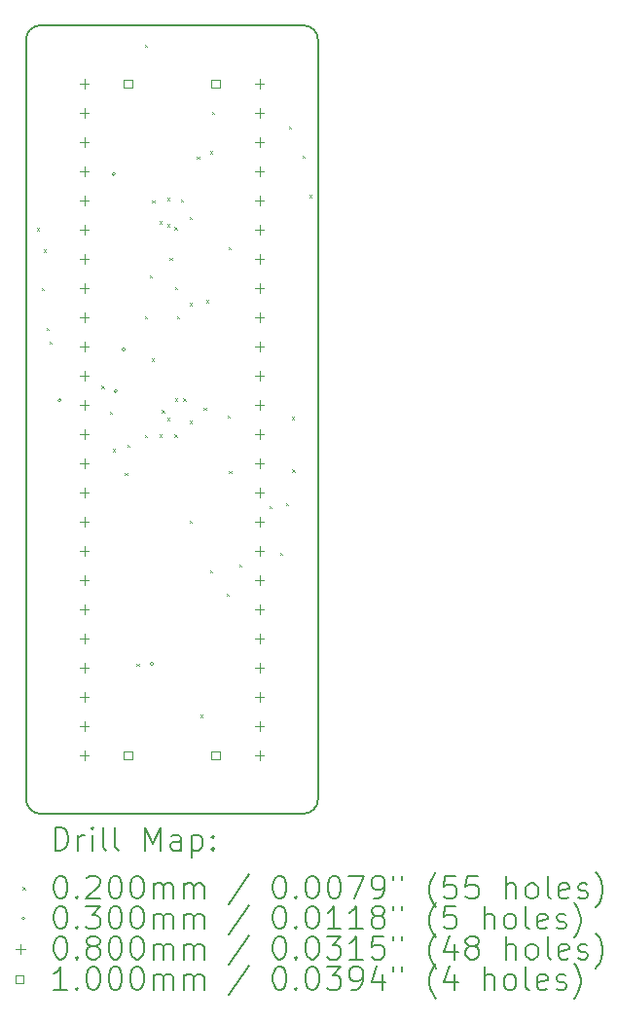
<source format=gbr>
%TF.GenerationSoftware,KiCad,Pcbnew,9.0.6-9.0.6~ubuntu25.10.1*%
%TF.CreationDate,2025-12-24T16:00:58+09:00*%
%TF.ProjectId,bionic-mc68008,62696f6e-6963-42d6-9d63-36383030382e,2*%
%TF.SameCoordinates,Original*%
%TF.FileFunction,Drillmap*%
%TF.FilePolarity,Positive*%
%FSLAX45Y45*%
G04 Gerber Fmt 4.5, Leading zero omitted, Abs format (unit mm)*
G04 Created by KiCad (PCBNEW 9.0.6-9.0.6~ubuntu25.10.1) date 2025-12-24 16:00:58*
%MOMM*%
%LPD*%
G01*
G04 APERTURE LIST*
%ADD10C,0.150000*%
%ADD11C,0.200000*%
%ADD12C,0.100000*%
G04 APERTURE END LIST*
D10*
X12640000Y-13731000D02*
X12640000Y-7127000D01*
X12513000Y-7000000D02*
X10227000Y-7000000D01*
X12513000Y-7000000D02*
G75*
G02*
X12640000Y-7127000I0J-127000D01*
G01*
X10227000Y-13858000D02*
G75*
G02*
X10100000Y-13731000I0J127000D01*
G01*
X10100000Y-7127000D02*
G75*
G02*
X10227000Y-7000000I127000J0D01*
G01*
X12640000Y-13731000D02*
G75*
G02*
X12513000Y-13858000I-127000J0D01*
G01*
X10100000Y-7127000D02*
X10100000Y-13731000D01*
X10227000Y-13858000D02*
X12513000Y-13858000D01*
D11*
D12*
X10192170Y-8764190D02*
X10212170Y-8784190D01*
X10212170Y-8764190D02*
X10192170Y-8784190D01*
X10237320Y-9287430D02*
X10257320Y-9307430D01*
X10257320Y-9287430D02*
X10237320Y-9307430D01*
X10255100Y-8950880D02*
X10275100Y-8970880D01*
X10275100Y-8950880D02*
X10255100Y-8970880D01*
X10280500Y-9631600D02*
X10300500Y-9651600D01*
X10300500Y-9631600D02*
X10280500Y-9651600D01*
X10305900Y-9753220D02*
X10325900Y-9773220D01*
X10325900Y-9753220D02*
X10305900Y-9773220D01*
X10756260Y-10136820D02*
X10776260Y-10156820D01*
X10776260Y-10136820D02*
X10756260Y-10156820D01*
X10826690Y-10359040D02*
X10846690Y-10379040D01*
X10846690Y-10359040D02*
X10826690Y-10379040D01*
X10854540Y-10685700D02*
X10874540Y-10705700D01*
X10874540Y-10685700D02*
X10854540Y-10705700D01*
X10960300Y-10895360D02*
X10980300Y-10915360D01*
X10980300Y-10895360D02*
X10960300Y-10915360D01*
X10981540Y-10648419D02*
X11001540Y-10668419D01*
X11001540Y-10648419D02*
X10981540Y-10668419D01*
X11063140Y-12552600D02*
X11083140Y-12572600D01*
X11083140Y-12552600D02*
X11063140Y-12572600D01*
X11131400Y-7167800D02*
X11151400Y-7187800D01*
X11151400Y-7167800D02*
X11131400Y-7187800D01*
X11132500Y-9530000D02*
X11152500Y-9550000D01*
X11152500Y-9530000D02*
X11132500Y-9550000D01*
X11132500Y-10561240D02*
X11152500Y-10581240D01*
X11152500Y-10561240D02*
X11132500Y-10581240D01*
X11177500Y-9174400D02*
X11197500Y-9194400D01*
X11197500Y-9174400D02*
X11177500Y-9194400D01*
X11194900Y-9898300D02*
X11214900Y-9918300D01*
X11214900Y-9898300D02*
X11194900Y-9918300D01*
X11196130Y-8525330D02*
X11216130Y-8545330D01*
X11216130Y-8525330D02*
X11196130Y-8545330D01*
X11262500Y-10559970D02*
X11282500Y-10579970D01*
X11282500Y-10559970D02*
X11262500Y-10579970D01*
X11263353Y-8704161D02*
X11283353Y-8724161D01*
X11283353Y-8704161D02*
X11263353Y-8724161D01*
X11282500Y-10346610D02*
X11302500Y-10366610D01*
X11302500Y-10346610D02*
X11282500Y-10366610D01*
X11327500Y-8729900D02*
X11347500Y-8749900D01*
X11347500Y-8729900D02*
X11327500Y-8749900D01*
X11327500Y-10413930D02*
X11347500Y-10433930D01*
X11347500Y-10413930D02*
X11327500Y-10433930D01*
X11327500Y-8501300D02*
X11347500Y-8521300D01*
X11347500Y-8501300D02*
X11327500Y-8521300D01*
X11349840Y-9022000D02*
X11369840Y-9042000D01*
X11369840Y-9022000D02*
X11349840Y-9042000D01*
X11392500Y-8755300D02*
X11412500Y-8775300D01*
X11412500Y-8755300D02*
X11392500Y-8775300D01*
X11392500Y-10558700D02*
X11412500Y-10578700D01*
X11412500Y-10558700D02*
X11392500Y-10578700D01*
X11396830Y-9276000D02*
X11416830Y-9296000D01*
X11416830Y-9276000D02*
X11396830Y-9296000D01*
X11397475Y-10247000D02*
X11417475Y-10267000D01*
X11417475Y-10247000D02*
X11397475Y-10267000D01*
X11412500Y-9531340D02*
X11432500Y-9551340D01*
X11432500Y-9531340D02*
X11412500Y-9551340D01*
X11448900Y-8514000D02*
X11468900Y-8534000D01*
X11468900Y-8514000D02*
X11448900Y-8534000D01*
X11467395Y-10246995D02*
X11487395Y-10266995D01*
X11487395Y-10246995D02*
X11467395Y-10266995D01*
X11522500Y-8665130D02*
X11542500Y-8685130D01*
X11542500Y-8665130D02*
X11522500Y-8685130D01*
X11523830Y-9415700D02*
X11543830Y-9435700D01*
X11543830Y-9415700D02*
X11523830Y-9435700D01*
X11523830Y-10439320D02*
X11543830Y-10459320D01*
X11543830Y-10439320D02*
X11523830Y-10459320D01*
X11525100Y-11308000D02*
X11545100Y-11328000D01*
X11545100Y-11308000D02*
X11525100Y-11328000D01*
X11587500Y-8141890D02*
X11607500Y-8161890D01*
X11607500Y-8141890D02*
X11587500Y-8161890D01*
X11614000Y-12997100D02*
X11634000Y-13017100D01*
X11634000Y-12997100D02*
X11614000Y-13017100D01*
X11645750Y-10323750D02*
X11665750Y-10343750D01*
X11665750Y-10323750D02*
X11645750Y-10343750D01*
X11664800Y-9390300D02*
X11684800Y-9410300D01*
X11684800Y-9390300D02*
X11664800Y-9410300D01*
X11699455Y-11738895D02*
X11719455Y-11758895D01*
X11719455Y-11738895D02*
X11699455Y-11758895D01*
X11702900Y-8094900D02*
X11722900Y-8114900D01*
X11722900Y-8094900D02*
X11702900Y-8114900D01*
X11715600Y-7752000D02*
X11735600Y-7772000D01*
X11735600Y-7752000D02*
X11715600Y-7772000D01*
X11842600Y-11943000D02*
X11862600Y-11963000D01*
X11862600Y-11943000D02*
X11842600Y-11963000D01*
X11855300Y-10393600D02*
X11875300Y-10413600D01*
X11875300Y-10393600D02*
X11855300Y-10413600D01*
X11862920Y-8929290D02*
X11882920Y-8949290D01*
X11882920Y-8929290D02*
X11862920Y-8949290D01*
X11864900Y-10876200D02*
X11884900Y-10896200D01*
X11884900Y-10876200D02*
X11864900Y-10896200D01*
X11955000Y-11692175D02*
X11975000Y-11712175D01*
X11975000Y-11692175D02*
X11955000Y-11712175D01*
X12216700Y-11181000D02*
X12236700Y-11201000D01*
X12236700Y-11181000D02*
X12216700Y-11201000D01*
X12312500Y-11587400D02*
X12332500Y-11607400D01*
X12332500Y-11587400D02*
X12312500Y-11607400D01*
X12363300Y-11155600D02*
X12383300Y-11175600D01*
X12383300Y-11155600D02*
X12363300Y-11175600D01*
X12388700Y-7879000D02*
X12408700Y-7899000D01*
X12408700Y-7879000D02*
X12388700Y-7899000D01*
X12414100Y-10406300D02*
X12434100Y-10426300D01*
X12434100Y-10406300D02*
X12414100Y-10426300D01*
X12415200Y-10863500D02*
X12435200Y-10883500D01*
X12435200Y-10863500D02*
X12415200Y-10883500D01*
X12503000Y-8133000D02*
X12523000Y-8153000D01*
X12523000Y-8133000D02*
X12503000Y-8153000D01*
X12566500Y-8475900D02*
X12586500Y-8495900D01*
X12586500Y-8475900D02*
X12566500Y-8495900D01*
X10407100Y-10263900D02*
G75*
G02*
X10377100Y-10263900I-15000J0D01*
G01*
X10377100Y-10263900D02*
G75*
G02*
X10407100Y-10263900I15000J0D01*
G01*
X10877000Y-8295400D02*
G75*
G02*
X10847000Y-8295400I-15000J0D01*
G01*
X10847000Y-8295400D02*
G75*
G02*
X10877000Y-8295400I15000J0D01*
G01*
X10894800Y-10181400D02*
G75*
G02*
X10864800Y-10181400I-15000J0D01*
G01*
X10864800Y-10181400D02*
G75*
G02*
X10894800Y-10181400I15000J0D01*
G01*
X10965900Y-9819400D02*
G75*
G02*
X10935900Y-9819400I-15000J0D01*
G01*
X10935900Y-9819400D02*
G75*
G02*
X10965900Y-9819400I15000J0D01*
G01*
X11209900Y-12552600D02*
G75*
G02*
X11179900Y-12552600I-15000J0D01*
G01*
X11179900Y-12552600D02*
G75*
G02*
X11209900Y-12552600I15000J0D01*
G01*
X10608000Y-7468000D02*
X10608000Y-7548000D01*
X10568000Y-7508000D02*
X10648000Y-7508000D01*
X10608000Y-7722000D02*
X10608000Y-7802000D01*
X10568000Y-7762000D02*
X10648000Y-7762000D01*
X10608000Y-7976000D02*
X10608000Y-8056000D01*
X10568000Y-8016000D02*
X10648000Y-8016000D01*
X10608000Y-8230000D02*
X10608000Y-8310000D01*
X10568000Y-8270000D02*
X10648000Y-8270000D01*
X10608000Y-8484000D02*
X10608000Y-8564000D01*
X10568000Y-8524000D02*
X10648000Y-8524000D01*
X10608000Y-8738000D02*
X10608000Y-8818000D01*
X10568000Y-8778000D02*
X10648000Y-8778000D01*
X10608000Y-8992000D02*
X10608000Y-9072000D01*
X10568000Y-9032000D02*
X10648000Y-9032000D01*
X10608000Y-9246000D02*
X10608000Y-9326000D01*
X10568000Y-9286000D02*
X10648000Y-9286000D01*
X10608000Y-9500000D02*
X10608000Y-9580000D01*
X10568000Y-9540000D02*
X10648000Y-9540000D01*
X10608000Y-9754000D02*
X10608000Y-9834000D01*
X10568000Y-9794000D02*
X10648000Y-9794000D01*
X10608000Y-10008000D02*
X10608000Y-10088000D01*
X10568000Y-10048000D02*
X10648000Y-10048000D01*
X10608000Y-10262000D02*
X10608000Y-10342000D01*
X10568000Y-10302000D02*
X10648000Y-10302000D01*
X10608000Y-10516000D02*
X10608000Y-10596000D01*
X10568000Y-10556000D02*
X10648000Y-10556000D01*
X10608000Y-10770000D02*
X10608000Y-10850000D01*
X10568000Y-10810000D02*
X10648000Y-10810000D01*
X10608000Y-11024000D02*
X10608000Y-11104000D01*
X10568000Y-11064000D02*
X10648000Y-11064000D01*
X10608000Y-11278000D02*
X10608000Y-11358000D01*
X10568000Y-11318000D02*
X10648000Y-11318000D01*
X10608000Y-11532000D02*
X10608000Y-11612000D01*
X10568000Y-11572000D02*
X10648000Y-11572000D01*
X10608000Y-11786000D02*
X10608000Y-11866000D01*
X10568000Y-11826000D02*
X10648000Y-11826000D01*
X10608000Y-12040000D02*
X10608000Y-12120000D01*
X10568000Y-12080000D02*
X10648000Y-12080000D01*
X10608000Y-12294000D02*
X10608000Y-12374000D01*
X10568000Y-12334000D02*
X10648000Y-12334000D01*
X10608000Y-12548000D02*
X10608000Y-12628000D01*
X10568000Y-12588000D02*
X10648000Y-12588000D01*
X10608000Y-12802000D02*
X10608000Y-12882000D01*
X10568000Y-12842000D02*
X10648000Y-12842000D01*
X10608000Y-13056000D02*
X10608000Y-13136000D01*
X10568000Y-13096000D02*
X10648000Y-13096000D01*
X10608000Y-13310000D02*
X10608000Y-13390000D01*
X10568000Y-13350000D02*
X10648000Y-13350000D01*
X12132000Y-7468000D02*
X12132000Y-7548000D01*
X12092000Y-7508000D02*
X12172000Y-7508000D01*
X12132000Y-7722000D02*
X12132000Y-7802000D01*
X12092000Y-7762000D02*
X12172000Y-7762000D01*
X12132000Y-7976000D02*
X12132000Y-8056000D01*
X12092000Y-8016000D02*
X12172000Y-8016000D01*
X12132000Y-8230000D02*
X12132000Y-8310000D01*
X12092000Y-8270000D02*
X12172000Y-8270000D01*
X12132000Y-8484000D02*
X12132000Y-8564000D01*
X12092000Y-8524000D02*
X12172000Y-8524000D01*
X12132000Y-8738000D02*
X12132000Y-8818000D01*
X12092000Y-8778000D02*
X12172000Y-8778000D01*
X12132000Y-8992000D02*
X12132000Y-9072000D01*
X12092000Y-9032000D02*
X12172000Y-9032000D01*
X12132000Y-9246000D02*
X12132000Y-9326000D01*
X12092000Y-9286000D02*
X12172000Y-9286000D01*
X12132000Y-9500000D02*
X12132000Y-9580000D01*
X12092000Y-9540000D02*
X12172000Y-9540000D01*
X12132000Y-9754000D02*
X12132000Y-9834000D01*
X12092000Y-9794000D02*
X12172000Y-9794000D01*
X12132000Y-10008000D02*
X12132000Y-10088000D01*
X12092000Y-10048000D02*
X12172000Y-10048000D01*
X12132000Y-10262000D02*
X12132000Y-10342000D01*
X12092000Y-10302000D02*
X12172000Y-10302000D01*
X12132000Y-10516000D02*
X12132000Y-10596000D01*
X12092000Y-10556000D02*
X12172000Y-10556000D01*
X12132000Y-10770000D02*
X12132000Y-10850000D01*
X12092000Y-10810000D02*
X12172000Y-10810000D01*
X12132000Y-11024000D02*
X12132000Y-11104000D01*
X12092000Y-11064000D02*
X12172000Y-11064000D01*
X12132000Y-11278000D02*
X12132000Y-11358000D01*
X12092000Y-11318000D02*
X12172000Y-11318000D01*
X12132000Y-11532000D02*
X12132000Y-11612000D01*
X12092000Y-11572000D02*
X12172000Y-11572000D01*
X12132000Y-11786000D02*
X12132000Y-11866000D01*
X12092000Y-11826000D02*
X12172000Y-11826000D01*
X12132000Y-12040000D02*
X12132000Y-12120000D01*
X12092000Y-12080000D02*
X12172000Y-12080000D01*
X12132000Y-12294000D02*
X12132000Y-12374000D01*
X12092000Y-12334000D02*
X12172000Y-12334000D01*
X12132000Y-12548000D02*
X12132000Y-12628000D01*
X12092000Y-12588000D02*
X12172000Y-12588000D01*
X12132000Y-12802000D02*
X12132000Y-12882000D01*
X12092000Y-12842000D02*
X12172000Y-12842000D01*
X12132000Y-13056000D02*
X12132000Y-13136000D01*
X12092000Y-13096000D02*
X12172000Y-13096000D01*
X12132000Y-13310000D02*
X12132000Y-13390000D01*
X12092000Y-13350000D02*
X12172000Y-13350000D01*
X11023896Y-7543356D02*
X11023896Y-7472644D01*
X10953184Y-7472644D01*
X10953184Y-7543356D01*
X11023896Y-7543356D01*
X11023896Y-13385356D02*
X11023896Y-13314644D01*
X10953184Y-13314644D01*
X10953184Y-13385356D01*
X11023896Y-13385356D01*
X11784276Y-7543356D02*
X11784276Y-7472644D01*
X11713564Y-7472644D01*
X11713564Y-7543356D01*
X11784276Y-7543356D01*
X11784276Y-13385356D02*
X11784276Y-13314644D01*
X11713564Y-13314644D01*
X11713564Y-13385356D01*
X11784276Y-13385356D01*
D11*
X10353277Y-14176984D02*
X10353277Y-13976984D01*
X10353277Y-13976984D02*
X10400896Y-13976984D01*
X10400896Y-13976984D02*
X10429467Y-13986508D01*
X10429467Y-13986508D02*
X10448515Y-14005555D01*
X10448515Y-14005555D02*
X10458039Y-14024603D01*
X10458039Y-14024603D02*
X10467563Y-14062698D01*
X10467563Y-14062698D02*
X10467563Y-14091269D01*
X10467563Y-14091269D02*
X10458039Y-14129365D01*
X10458039Y-14129365D02*
X10448515Y-14148412D01*
X10448515Y-14148412D02*
X10429467Y-14167460D01*
X10429467Y-14167460D02*
X10400896Y-14176984D01*
X10400896Y-14176984D02*
X10353277Y-14176984D01*
X10553277Y-14176984D02*
X10553277Y-14043650D01*
X10553277Y-14081746D02*
X10562801Y-14062698D01*
X10562801Y-14062698D02*
X10572324Y-14053174D01*
X10572324Y-14053174D02*
X10591372Y-14043650D01*
X10591372Y-14043650D02*
X10610420Y-14043650D01*
X10677086Y-14176984D02*
X10677086Y-14043650D01*
X10677086Y-13976984D02*
X10667563Y-13986508D01*
X10667563Y-13986508D02*
X10677086Y-13996031D01*
X10677086Y-13996031D02*
X10686610Y-13986508D01*
X10686610Y-13986508D02*
X10677086Y-13976984D01*
X10677086Y-13976984D02*
X10677086Y-13996031D01*
X10800896Y-14176984D02*
X10781848Y-14167460D01*
X10781848Y-14167460D02*
X10772324Y-14148412D01*
X10772324Y-14148412D02*
X10772324Y-13976984D01*
X10905658Y-14176984D02*
X10886610Y-14167460D01*
X10886610Y-14167460D02*
X10877086Y-14148412D01*
X10877086Y-14148412D02*
X10877086Y-13976984D01*
X11134229Y-14176984D02*
X11134229Y-13976984D01*
X11134229Y-13976984D02*
X11200896Y-14119841D01*
X11200896Y-14119841D02*
X11267562Y-13976984D01*
X11267562Y-13976984D02*
X11267562Y-14176984D01*
X11448515Y-14176984D02*
X11448515Y-14072222D01*
X11448515Y-14072222D02*
X11438991Y-14053174D01*
X11438991Y-14053174D02*
X11419943Y-14043650D01*
X11419943Y-14043650D02*
X11381848Y-14043650D01*
X11381848Y-14043650D02*
X11362801Y-14053174D01*
X11448515Y-14167460D02*
X11429467Y-14176984D01*
X11429467Y-14176984D02*
X11381848Y-14176984D01*
X11381848Y-14176984D02*
X11362801Y-14167460D01*
X11362801Y-14167460D02*
X11353277Y-14148412D01*
X11353277Y-14148412D02*
X11353277Y-14129365D01*
X11353277Y-14129365D02*
X11362801Y-14110317D01*
X11362801Y-14110317D02*
X11381848Y-14100793D01*
X11381848Y-14100793D02*
X11429467Y-14100793D01*
X11429467Y-14100793D02*
X11448515Y-14091269D01*
X11543753Y-14043650D02*
X11543753Y-14243650D01*
X11543753Y-14053174D02*
X11562801Y-14043650D01*
X11562801Y-14043650D02*
X11600896Y-14043650D01*
X11600896Y-14043650D02*
X11619943Y-14053174D01*
X11619943Y-14053174D02*
X11629467Y-14062698D01*
X11629467Y-14062698D02*
X11638991Y-14081746D01*
X11638991Y-14081746D02*
X11638991Y-14138888D01*
X11638991Y-14138888D02*
X11629467Y-14157936D01*
X11629467Y-14157936D02*
X11619943Y-14167460D01*
X11619943Y-14167460D02*
X11600896Y-14176984D01*
X11600896Y-14176984D02*
X11562801Y-14176984D01*
X11562801Y-14176984D02*
X11543753Y-14167460D01*
X11724705Y-14157936D02*
X11734229Y-14167460D01*
X11734229Y-14167460D02*
X11724705Y-14176984D01*
X11724705Y-14176984D02*
X11715182Y-14167460D01*
X11715182Y-14167460D02*
X11724705Y-14157936D01*
X11724705Y-14157936D02*
X11724705Y-14176984D01*
X11724705Y-14053174D02*
X11734229Y-14062698D01*
X11734229Y-14062698D02*
X11724705Y-14072222D01*
X11724705Y-14072222D02*
X11715182Y-14062698D01*
X11715182Y-14062698D02*
X11724705Y-14053174D01*
X11724705Y-14053174D02*
X11724705Y-14072222D01*
D12*
X10072500Y-14495500D02*
X10092500Y-14515500D01*
X10092500Y-14495500D02*
X10072500Y-14515500D01*
D11*
X10391372Y-14396984D02*
X10410420Y-14396984D01*
X10410420Y-14396984D02*
X10429467Y-14406508D01*
X10429467Y-14406508D02*
X10438991Y-14416031D01*
X10438991Y-14416031D02*
X10448515Y-14435079D01*
X10448515Y-14435079D02*
X10458039Y-14473174D01*
X10458039Y-14473174D02*
X10458039Y-14520793D01*
X10458039Y-14520793D02*
X10448515Y-14558888D01*
X10448515Y-14558888D02*
X10438991Y-14577936D01*
X10438991Y-14577936D02*
X10429467Y-14587460D01*
X10429467Y-14587460D02*
X10410420Y-14596984D01*
X10410420Y-14596984D02*
X10391372Y-14596984D01*
X10391372Y-14596984D02*
X10372324Y-14587460D01*
X10372324Y-14587460D02*
X10362801Y-14577936D01*
X10362801Y-14577936D02*
X10353277Y-14558888D01*
X10353277Y-14558888D02*
X10343753Y-14520793D01*
X10343753Y-14520793D02*
X10343753Y-14473174D01*
X10343753Y-14473174D02*
X10353277Y-14435079D01*
X10353277Y-14435079D02*
X10362801Y-14416031D01*
X10362801Y-14416031D02*
X10372324Y-14406508D01*
X10372324Y-14406508D02*
X10391372Y-14396984D01*
X10543753Y-14577936D02*
X10553277Y-14587460D01*
X10553277Y-14587460D02*
X10543753Y-14596984D01*
X10543753Y-14596984D02*
X10534229Y-14587460D01*
X10534229Y-14587460D02*
X10543753Y-14577936D01*
X10543753Y-14577936D02*
X10543753Y-14596984D01*
X10629467Y-14416031D02*
X10638991Y-14406508D01*
X10638991Y-14406508D02*
X10658039Y-14396984D01*
X10658039Y-14396984D02*
X10705658Y-14396984D01*
X10705658Y-14396984D02*
X10724705Y-14406508D01*
X10724705Y-14406508D02*
X10734229Y-14416031D01*
X10734229Y-14416031D02*
X10743753Y-14435079D01*
X10743753Y-14435079D02*
X10743753Y-14454127D01*
X10743753Y-14454127D02*
X10734229Y-14482698D01*
X10734229Y-14482698D02*
X10619944Y-14596984D01*
X10619944Y-14596984D02*
X10743753Y-14596984D01*
X10867563Y-14396984D02*
X10886610Y-14396984D01*
X10886610Y-14396984D02*
X10905658Y-14406508D01*
X10905658Y-14406508D02*
X10915182Y-14416031D01*
X10915182Y-14416031D02*
X10924705Y-14435079D01*
X10924705Y-14435079D02*
X10934229Y-14473174D01*
X10934229Y-14473174D02*
X10934229Y-14520793D01*
X10934229Y-14520793D02*
X10924705Y-14558888D01*
X10924705Y-14558888D02*
X10915182Y-14577936D01*
X10915182Y-14577936D02*
X10905658Y-14587460D01*
X10905658Y-14587460D02*
X10886610Y-14596984D01*
X10886610Y-14596984D02*
X10867563Y-14596984D01*
X10867563Y-14596984D02*
X10848515Y-14587460D01*
X10848515Y-14587460D02*
X10838991Y-14577936D01*
X10838991Y-14577936D02*
X10829467Y-14558888D01*
X10829467Y-14558888D02*
X10819944Y-14520793D01*
X10819944Y-14520793D02*
X10819944Y-14473174D01*
X10819944Y-14473174D02*
X10829467Y-14435079D01*
X10829467Y-14435079D02*
X10838991Y-14416031D01*
X10838991Y-14416031D02*
X10848515Y-14406508D01*
X10848515Y-14406508D02*
X10867563Y-14396984D01*
X11058039Y-14396984D02*
X11077086Y-14396984D01*
X11077086Y-14396984D02*
X11096134Y-14406508D01*
X11096134Y-14406508D02*
X11105658Y-14416031D01*
X11105658Y-14416031D02*
X11115182Y-14435079D01*
X11115182Y-14435079D02*
X11124705Y-14473174D01*
X11124705Y-14473174D02*
X11124705Y-14520793D01*
X11124705Y-14520793D02*
X11115182Y-14558888D01*
X11115182Y-14558888D02*
X11105658Y-14577936D01*
X11105658Y-14577936D02*
X11096134Y-14587460D01*
X11096134Y-14587460D02*
X11077086Y-14596984D01*
X11077086Y-14596984D02*
X11058039Y-14596984D01*
X11058039Y-14596984D02*
X11038991Y-14587460D01*
X11038991Y-14587460D02*
X11029467Y-14577936D01*
X11029467Y-14577936D02*
X11019944Y-14558888D01*
X11019944Y-14558888D02*
X11010420Y-14520793D01*
X11010420Y-14520793D02*
X11010420Y-14473174D01*
X11010420Y-14473174D02*
X11019944Y-14435079D01*
X11019944Y-14435079D02*
X11029467Y-14416031D01*
X11029467Y-14416031D02*
X11038991Y-14406508D01*
X11038991Y-14406508D02*
X11058039Y-14396984D01*
X11210420Y-14596984D02*
X11210420Y-14463650D01*
X11210420Y-14482698D02*
X11219943Y-14473174D01*
X11219943Y-14473174D02*
X11238991Y-14463650D01*
X11238991Y-14463650D02*
X11267563Y-14463650D01*
X11267563Y-14463650D02*
X11286610Y-14473174D01*
X11286610Y-14473174D02*
X11296134Y-14492222D01*
X11296134Y-14492222D02*
X11296134Y-14596984D01*
X11296134Y-14492222D02*
X11305658Y-14473174D01*
X11305658Y-14473174D02*
X11324705Y-14463650D01*
X11324705Y-14463650D02*
X11353277Y-14463650D01*
X11353277Y-14463650D02*
X11372324Y-14473174D01*
X11372324Y-14473174D02*
X11381848Y-14492222D01*
X11381848Y-14492222D02*
X11381848Y-14596984D01*
X11477086Y-14596984D02*
X11477086Y-14463650D01*
X11477086Y-14482698D02*
X11486610Y-14473174D01*
X11486610Y-14473174D02*
X11505658Y-14463650D01*
X11505658Y-14463650D02*
X11534229Y-14463650D01*
X11534229Y-14463650D02*
X11553277Y-14473174D01*
X11553277Y-14473174D02*
X11562801Y-14492222D01*
X11562801Y-14492222D02*
X11562801Y-14596984D01*
X11562801Y-14492222D02*
X11572324Y-14473174D01*
X11572324Y-14473174D02*
X11591372Y-14463650D01*
X11591372Y-14463650D02*
X11619943Y-14463650D01*
X11619943Y-14463650D02*
X11638991Y-14473174D01*
X11638991Y-14473174D02*
X11648515Y-14492222D01*
X11648515Y-14492222D02*
X11648515Y-14596984D01*
X12038991Y-14387460D02*
X11867563Y-14644603D01*
X12296134Y-14396984D02*
X12315182Y-14396984D01*
X12315182Y-14396984D02*
X12334229Y-14406508D01*
X12334229Y-14406508D02*
X12343753Y-14416031D01*
X12343753Y-14416031D02*
X12353277Y-14435079D01*
X12353277Y-14435079D02*
X12362801Y-14473174D01*
X12362801Y-14473174D02*
X12362801Y-14520793D01*
X12362801Y-14520793D02*
X12353277Y-14558888D01*
X12353277Y-14558888D02*
X12343753Y-14577936D01*
X12343753Y-14577936D02*
X12334229Y-14587460D01*
X12334229Y-14587460D02*
X12315182Y-14596984D01*
X12315182Y-14596984D02*
X12296134Y-14596984D01*
X12296134Y-14596984D02*
X12277086Y-14587460D01*
X12277086Y-14587460D02*
X12267563Y-14577936D01*
X12267563Y-14577936D02*
X12258039Y-14558888D01*
X12258039Y-14558888D02*
X12248515Y-14520793D01*
X12248515Y-14520793D02*
X12248515Y-14473174D01*
X12248515Y-14473174D02*
X12258039Y-14435079D01*
X12258039Y-14435079D02*
X12267563Y-14416031D01*
X12267563Y-14416031D02*
X12277086Y-14406508D01*
X12277086Y-14406508D02*
X12296134Y-14396984D01*
X12448515Y-14577936D02*
X12458039Y-14587460D01*
X12458039Y-14587460D02*
X12448515Y-14596984D01*
X12448515Y-14596984D02*
X12438991Y-14587460D01*
X12438991Y-14587460D02*
X12448515Y-14577936D01*
X12448515Y-14577936D02*
X12448515Y-14596984D01*
X12581848Y-14396984D02*
X12600896Y-14396984D01*
X12600896Y-14396984D02*
X12619944Y-14406508D01*
X12619944Y-14406508D02*
X12629467Y-14416031D01*
X12629467Y-14416031D02*
X12638991Y-14435079D01*
X12638991Y-14435079D02*
X12648515Y-14473174D01*
X12648515Y-14473174D02*
X12648515Y-14520793D01*
X12648515Y-14520793D02*
X12638991Y-14558888D01*
X12638991Y-14558888D02*
X12629467Y-14577936D01*
X12629467Y-14577936D02*
X12619944Y-14587460D01*
X12619944Y-14587460D02*
X12600896Y-14596984D01*
X12600896Y-14596984D02*
X12581848Y-14596984D01*
X12581848Y-14596984D02*
X12562801Y-14587460D01*
X12562801Y-14587460D02*
X12553277Y-14577936D01*
X12553277Y-14577936D02*
X12543753Y-14558888D01*
X12543753Y-14558888D02*
X12534229Y-14520793D01*
X12534229Y-14520793D02*
X12534229Y-14473174D01*
X12534229Y-14473174D02*
X12543753Y-14435079D01*
X12543753Y-14435079D02*
X12553277Y-14416031D01*
X12553277Y-14416031D02*
X12562801Y-14406508D01*
X12562801Y-14406508D02*
X12581848Y-14396984D01*
X12772325Y-14396984D02*
X12791372Y-14396984D01*
X12791372Y-14396984D02*
X12810420Y-14406508D01*
X12810420Y-14406508D02*
X12819944Y-14416031D01*
X12819944Y-14416031D02*
X12829467Y-14435079D01*
X12829467Y-14435079D02*
X12838991Y-14473174D01*
X12838991Y-14473174D02*
X12838991Y-14520793D01*
X12838991Y-14520793D02*
X12829467Y-14558888D01*
X12829467Y-14558888D02*
X12819944Y-14577936D01*
X12819944Y-14577936D02*
X12810420Y-14587460D01*
X12810420Y-14587460D02*
X12791372Y-14596984D01*
X12791372Y-14596984D02*
X12772325Y-14596984D01*
X12772325Y-14596984D02*
X12753277Y-14587460D01*
X12753277Y-14587460D02*
X12743753Y-14577936D01*
X12743753Y-14577936D02*
X12734229Y-14558888D01*
X12734229Y-14558888D02*
X12724706Y-14520793D01*
X12724706Y-14520793D02*
X12724706Y-14473174D01*
X12724706Y-14473174D02*
X12734229Y-14435079D01*
X12734229Y-14435079D02*
X12743753Y-14416031D01*
X12743753Y-14416031D02*
X12753277Y-14406508D01*
X12753277Y-14406508D02*
X12772325Y-14396984D01*
X12905658Y-14396984D02*
X13038991Y-14396984D01*
X13038991Y-14396984D02*
X12953277Y-14596984D01*
X13124706Y-14596984D02*
X13162801Y-14596984D01*
X13162801Y-14596984D02*
X13181848Y-14587460D01*
X13181848Y-14587460D02*
X13191372Y-14577936D01*
X13191372Y-14577936D02*
X13210420Y-14549365D01*
X13210420Y-14549365D02*
X13219944Y-14511269D01*
X13219944Y-14511269D02*
X13219944Y-14435079D01*
X13219944Y-14435079D02*
X13210420Y-14416031D01*
X13210420Y-14416031D02*
X13200896Y-14406508D01*
X13200896Y-14406508D02*
X13181848Y-14396984D01*
X13181848Y-14396984D02*
X13143753Y-14396984D01*
X13143753Y-14396984D02*
X13124706Y-14406508D01*
X13124706Y-14406508D02*
X13115182Y-14416031D01*
X13115182Y-14416031D02*
X13105658Y-14435079D01*
X13105658Y-14435079D02*
X13105658Y-14482698D01*
X13105658Y-14482698D02*
X13115182Y-14501746D01*
X13115182Y-14501746D02*
X13124706Y-14511269D01*
X13124706Y-14511269D02*
X13143753Y-14520793D01*
X13143753Y-14520793D02*
X13181848Y-14520793D01*
X13181848Y-14520793D02*
X13200896Y-14511269D01*
X13200896Y-14511269D02*
X13210420Y-14501746D01*
X13210420Y-14501746D02*
X13219944Y-14482698D01*
X13296134Y-14396984D02*
X13296134Y-14435079D01*
X13372325Y-14396984D02*
X13372325Y-14435079D01*
X13667563Y-14673174D02*
X13658039Y-14663650D01*
X13658039Y-14663650D02*
X13638991Y-14635079D01*
X13638991Y-14635079D02*
X13629468Y-14616031D01*
X13629468Y-14616031D02*
X13619944Y-14587460D01*
X13619944Y-14587460D02*
X13610420Y-14539841D01*
X13610420Y-14539841D02*
X13610420Y-14501746D01*
X13610420Y-14501746D02*
X13619944Y-14454127D01*
X13619944Y-14454127D02*
X13629468Y-14425555D01*
X13629468Y-14425555D02*
X13638991Y-14406508D01*
X13638991Y-14406508D02*
X13658039Y-14377936D01*
X13658039Y-14377936D02*
X13667563Y-14368412D01*
X13838991Y-14396984D02*
X13743753Y-14396984D01*
X13743753Y-14396984D02*
X13734229Y-14492222D01*
X13734229Y-14492222D02*
X13743753Y-14482698D01*
X13743753Y-14482698D02*
X13762801Y-14473174D01*
X13762801Y-14473174D02*
X13810420Y-14473174D01*
X13810420Y-14473174D02*
X13829468Y-14482698D01*
X13829468Y-14482698D02*
X13838991Y-14492222D01*
X13838991Y-14492222D02*
X13848515Y-14511269D01*
X13848515Y-14511269D02*
X13848515Y-14558888D01*
X13848515Y-14558888D02*
X13838991Y-14577936D01*
X13838991Y-14577936D02*
X13829468Y-14587460D01*
X13829468Y-14587460D02*
X13810420Y-14596984D01*
X13810420Y-14596984D02*
X13762801Y-14596984D01*
X13762801Y-14596984D02*
X13743753Y-14587460D01*
X13743753Y-14587460D02*
X13734229Y-14577936D01*
X14029468Y-14396984D02*
X13934229Y-14396984D01*
X13934229Y-14396984D02*
X13924706Y-14492222D01*
X13924706Y-14492222D02*
X13934229Y-14482698D01*
X13934229Y-14482698D02*
X13953277Y-14473174D01*
X13953277Y-14473174D02*
X14000896Y-14473174D01*
X14000896Y-14473174D02*
X14019944Y-14482698D01*
X14019944Y-14482698D02*
X14029468Y-14492222D01*
X14029468Y-14492222D02*
X14038991Y-14511269D01*
X14038991Y-14511269D02*
X14038991Y-14558888D01*
X14038991Y-14558888D02*
X14029468Y-14577936D01*
X14029468Y-14577936D02*
X14019944Y-14587460D01*
X14019944Y-14587460D02*
X14000896Y-14596984D01*
X14000896Y-14596984D02*
X13953277Y-14596984D01*
X13953277Y-14596984D02*
X13934229Y-14587460D01*
X13934229Y-14587460D02*
X13924706Y-14577936D01*
X14277087Y-14596984D02*
X14277087Y-14396984D01*
X14362801Y-14596984D02*
X14362801Y-14492222D01*
X14362801Y-14492222D02*
X14353277Y-14473174D01*
X14353277Y-14473174D02*
X14334230Y-14463650D01*
X14334230Y-14463650D02*
X14305658Y-14463650D01*
X14305658Y-14463650D02*
X14286610Y-14473174D01*
X14286610Y-14473174D02*
X14277087Y-14482698D01*
X14486610Y-14596984D02*
X14467563Y-14587460D01*
X14467563Y-14587460D02*
X14458039Y-14577936D01*
X14458039Y-14577936D02*
X14448515Y-14558888D01*
X14448515Y-14558888D02*
X14448515Y-14501746D01*
X14448515Y-14501746D02*
X14458039Y-14482698D01*
X14458039Y-14482698D02*
X14467563Y-14473174D01*
X14467563Y-14473174D02*
X14486610Y-14463650D01*
X14486610Y-14463650D02*
X14515182Y-14463650D01*
X14515182Y-14463650D02*
X14534230Y-14473174D01*
X14534230Y-14473174D02*
X14543753Y-14482698D01*
X14543753Y-14482698D02*
X14553277Y-14501746D01*
X14553277Y-14501746D02*
X14553277Y-14558888D01*
X14553277Y-14558888D02*
X14543753Y-14577936D01*
X14543753Y-14577936D02*
X14534230Y-14587460D01*
X14534230Y-14587460D02*
X14515182Y-14596984D01*
X14515182Y-14596984D02*
X14486610Y-14596984D01*
X14667563Y-14596984D02*
X14648515Y-14587460D01*
X14648515Y-14587460D02*
X14638991Y-14568412D01*
X14638991Y-14568412D02*
X14638991Y-14396984D01*
X14819944Y-14587460D02*
X14800896Y-14596984D01*
X14800896Y-14596984D02*
X14762801Y-14596984D01*
X14762801Y-14596984D02*
X14743753Y-14587460D01*
X14743753Y-14587460D02*
X14734230Y-14568412D01*
X14734230Y-14568412D02*
X14734230Y-14492222D01*
X14734230Y-14492222D02*
X14743753Y-14473174D01*
X14743753Y-14473174D02*
X14762801Y-14463650D01*
X14762801Y-14463650D02*
X14800896Y-14463650D01*
X14800896Y-14463650D02*
X14819944Y-14473174D01*
X14819944Y-14473174D02*
X14829468Y-14492222D01*
X14829468Y-14492222D02*
X14829468Y-14511269D01*
X14829468Y-14511269D02*
X14734230Y-14530317D01*
X14905658Y-14587460D02*
X14924706Y-14596984D01*
X14924706Y-14596984D02*
X14962801Y-14596984D01*
X14962801Y-14596984D02*
X14981849Y-14587460D01*
X14981849Y-14587460D02*
X14991372Y-14568412D01*
X14991372Y-14568412D02*
X14991372Y-14558888D01*
X14991372Y-14558888D02*
X14981849Y-14539841D01*
X14981849Y-14539841D02*
X14962801Y-14530317D01*
X14962801Y-14530317D02*
X14934230Y-14530317D01*
X14934230Y-14530317D02*
X14915182Y-14520793D01*
X14915182Y-14520793D02*
X14905658Y-14501746D01*
X14905658Y-14501746D02*
X14905658Y-14492222D01*
X14905658Y-14492222D02*
X14915182Y-14473174D01*
X14915182Y-14473174D02*
X14934230Y-14463650D01*
X14934230Y-14463650D02*
X14962801Y-14463650D01*
X14962801Y-14463650D02*
X14981849Y-14473174D01*
X15058039Y-14673174D02*
X15067563Y-14663650D01*
X15067563Y-14663650D02*
X15086611Y-14635079D01*
X15086611Y-14635079D02*
X15096134Y-14616031D01*
X15096134Y-14616031D02*
X15105658Y-14587460D01*
X15105658Y-14587460D02*
X15115182Y-14539841D01*
X15115182Y-14539841D02*
X15115182Y-14501746D01*
X15115182Y-14501746D02*
X15105658Y-14454127D01*
X15105658Y-14454127D02*
X15096134Y-14425555D01*
X15096134Y-14425555D02*
X15086611Y-14406508D01*
X15086611Y-14406508D02*
X15067563Y-14377936D01*
X15067563Y-14377936D02*
X15058039Y-14368412D01*
D12*
X10092500Y-14769500D02*
G75*
G02*
X10062500Y-14769500I-15000J0D01*
G01*
X10062500Y-14769500D02*
G75*
G02*
X10092500Y-14769500I15000J0D01*
G01*
D11*
X10391372Y-14660984D02*
X10410420Y-14660984D01*
X10410420Y-14660984D02*
X10429467Y-14670508D01*
X10429467Y-14670508D02*
X10438991Y-14680031D01*
X10438991Y-14680031D02*
X10448515Y-14699079D01*
X10448515Y-14699079D02*
X10458039Y-14737174D01*
X10458039Y-14737174D02*
X10458039Y-14784793D01*
X10458039Y-14784793D02*
X10448515Y-14822888D01*
X10448515Y-14822888D02*
X10438991Y-14841936D01*
X10438991Y-14841936D02*
X10429467Y-14851460D01*
X10429467Y-14851460D02*
X10410420Y-14860984D01*
X10410420Y-14860984D02*
X10391372Y-14860984D01*
X10391372Y-14860984D02*
X10372324Y-14851460D01*
X10372324Y-14851460D02*
X10362801Y-14841936D01*
X10362801Y-14841936D02*
X10353277Y-14822888D01*
X10353277Y-14822888D02*
X10343753Y-14784793D01*
X10343753Y-14784793D02*
X10343753Y-14737174D01*
X10343753Y-14737174D02*
X10353277Y-14699079D01*
X10353277Y-14699079D02*
X10362801Y-14680031D01*
X10362801Y-14680031D02*
X10372324Y-14670508D01*
X10372324Y-14670508D02*
X10391372Y-14660984D01*
X10543753Y-14841936D02*
X10553277Y-14851460D01*
X10553277Y-14851460D02*
X10543753Y-14860984D01*
X10543753Y-14860984D02*
X10534229Y-14851460D01*
X10534229Y-14851460D02*
X10543753Y-14841936D01*
X10543753Y-14841936D02*
X10543753Y-14860984D01*
X10619944Y-14660984D02*
X10743753Y-14660984D01*
X10743753Y-14660984D02*
X10677086Y-14737174D01*
X10677086Y-14737174D02*
X10705658Y-14737174D01*
X10705658Y-14737174D02*
X10724705Y-14746698D01*
X10724705Y-14746698D02*
X10734229Y-14756222D01*
X10734229Y-14756222D02*
X10743753Y-14775269D01*
X10743753Y-14775269D02*
X10743753Y-14822888D01*
X10743753Y-14822888D02*
X10734229Y-14841936D01*
X10734229Y-14841936D02*
X10724705Y-14851460D01*
X10724705Y-14851460D02*
X10705658Y-14860984D01*
X10705658Y-14860984D02*
X10648515Y-14860984D01*
X10648515Y-14860984D02*
X10629467Y-14851460D01*
X10629467Y-14851460D02*
X10619944Y-14841936D01*
X10867563Y-14660984D02*
X10886610Y-14660984D01*
X10886610Y-14660984D02*
X10905658Y-14670508D01*
X10905658Y-14670508D02*
X10915182Y-14680031D01*
X10915182Y-14680031D02*
X10924705Y-14699079D01*
X10924705Y-14699079D02*
X10934229Y-14737174D01*
X10934229Y-14737174D02*
X10934229Y-14784793D01*
X10934229Y-14784793D02*
X10924705Y-14822888D01*
X10924705Y-14822888D02*
X10915182Y-14841936D01*
X10915182Y-14841936D02*
X10905658Y-14851460D01*
X10905658Y-14851460D02*
X10886610Y-14860984D01*
X10886610Y-14860984D02*
X10867563Y-14860984D01*
X10867563Y-14860984D02*
X10848515Y-14851460D01*
X10848515Y-14851460D02*
X10838991Y-14841936D01*
X10838991Y-14841936D02*
X10829467Y-14822888D01*
X10829467Y-14822888D02*
X10819944Y-14784793D01*
X10819944Y-14784793D02*
X10819944Y-14737174D01*
X10819944Y-14737174D02*
X10829467Y-14699079D01*
X10829467Y-14699079D02*
X10838991Y-14680031D01*
X10838991Y-14680031D02*
X10848515Y-14670508D01*
X10848515Y-14670508D02*
X10867563Y-14660984D01*
X11058039Y-14660984D02*
X11077086Y-14660984D01*
X11077086Y-14660984D02*
X11096134Y-14670508D01*
X11096134Y-14670508D02*
X11105658Y-14680031D01*
X11105658Y-14680031D02*
X11115182Y-14699079D01*
X11115182Y-14699079D02*
X11124705Y-14737174D01*
X11124705Y-14737174D02*
X11124705Y-14784793D01*
X11124705Y-14784793D02*
X11115182Y-14822888D01*
X11115182Y-14822888D02*
X11105658Y-14841936D01*
X11105658Y-14841936D02*
X11096134Y-14851460D01*
X11096134Y-14851460D02*
X11077086Y-14860984D01*
X11077086Y-14860984D02*
X11058039Y-14860984D01*
X11058039Y-14860984D02*
X11038991Y-14851460D01*
X11038991Y-14851460D02*
X11029467Y-14841936D01*
X11029467Y-14841936D02*
X11019944Y-14822888D01*
X11019944Y-14822888D02*
X11010420Y-14784793D01*
X11010420Y-14784793D02*
X11010420Y-14737174D01*
X11010420Y-14737174D02*
X11019944Y-14699079D01*
X11019944Y-14699079D02*
X11029467Y-14680031D01*
X11029467Y-14680031D02*
X11038991Y-14670508D01*
X11038991Y-14670508D02*
X11058039Y-14660984D01*
X11210420Y-14860984D02*
X11210420Y-14727650D01*
X11210420Y-14746698D02*
X11219943Y-14737174D01*
X11219943Y-14737174D02*
X11238991Y-14727650D01*
X11238991Y-14727650D02*
X11267563Y-14727650D01*
X11267563Y-14727650D02*
X11286610Y-14737174D01*
X11286610Y-14737174D02*
X11296134Y-14756222D01*
X11296134Y-14756222D02*
X11296134Y-14860984D01*
X11296134Y-14756222D02*
X11305658Y-14737174D01*
X11305658Y-14737174D02*
X11324705Y-14727650D01*
X11324705Y-14727650D02*
X11353277Y-14727650D01*
X11353277Y-14727650D02*
X11372324Y-14737174D01*
X11372324Y-14737174D02*
X11381848Y-14756222D01*
X11381848Y-14756222D02*
X11381848Y-14860984D01*
X11477086Y-14860984D02*
X11477086Y-14727650D01*
X11477086Y-14746698D02*
X11486610Y-14737174D01*
X11486610Y-14737174D02*
X11505658Y-14727650D01*
X11505658Y-14727650D02*
X11534229Y-14727650D01*
X11534229Y-14727650D02*
X11553277Y-14737174D01*
X11553277Y-14737174D02*
X11562801Y-14756222D01*
X11562801Y-14756222D02*
X11562801Y-14860984D01*
X11562801Y-14756222D02*
X11572324Y-14737174D01*
X11572324Y-14737174D02*
X11591372Y-14727650D01*
X11591372Y-14727650D02*
X11619943Y-14727650D01*
X11619943Y-14727650D02*
X11638991Y-14737174D01*
X11638991Y-14737174D02*
X11648515Y-14756222D01*
X11648515Y-14756222D02*
X11648515Y-14860984D01*
X12038991Y-14651460D02*
X11867563Y-14908603D01*
X12296134Y-14660984D02*
X12315182Y-14660984D01*
X12315182Y-14660984D02*
X12334229Y-14670508D01*
X12334229Y-14670508D02*
X12343753Y-14680031D01*
X12343753Y-14680031D02*
X12353277Y-14699079D01*
X12353277Y-14699079D02*
X12362801Y-14737174D01*
X12362801Y-14737174D02*
X12362801Y-14784793D01*
X12362801Y-14784793D02*
X12353277Y-14822888D01*
X12353277Y-14822888D02*
X12343753Y-14841936D01*
X12343753Y-14841936D02*
X12334229Y-14851460D01*
X12334229Y-14851460D02*
X12315182Y-14860984D01*
X12315182Y-14860984D02*
X12296134Y-14860984D01*
X12296134Y-14860984D02*
X12277086Y-14851460D01*
X12277086Y-14851460D02*
X12267563Y-14841936D01*
X12267563Y-14841936D02*
X12258039Y-14822888D01*
X12258039Y-14822888D02*
X12248515Y-14784793D01*
X12248515Y-14784793D02*
X12248515Y-14737174D01*
X12248515Y-14737174D02*
X12258039Y-14699079D01*
X12258039Y-14699079D02*
X12267563Y-14680031D01*
X12267563Y-14680031D02*
X12277086Y-14670508D01*
X12277086Y-14670508D02*
X12296134Y-14660984D01*
X12448515Y-14841936D02*
X12458039Y-14851460D01*
X12458039Y-14851460D02*
X12448515Y-14860984D01*
X12448515Y-14860984D02*
X12438991Y-14851460D01*
X12438991Y-14851460D02*
X12448515Y-14841936D01*
X12448515Y-14841936D02*
X12448515Y-14860984D01*
X12581848Y-14660984D02*
X12600896Y-14660984D01*
X12600896Y-14660984D02*
X12619944Y-14670508D01*
X12619944Y-14670508D02*
X12629467Y-14680031D01*
X12629467Y-14680031D02*
X12638991Y-14699079D01*
X12638991Y-14699079D02*
X12648515Y-14737174D01*
X12648515Y-14737174D02*
X12648515Y-14784793D01*
X12648515Y-14784793D02*
X12638991Y-14822888D01*
X12638991Y-14822888D02*
X12629467Y-14841936D01*
X12629467Y-14841936D02*
X12619944Y-14851460D01*
X12619944Y-14851460D02*
X12600896Y-14860984D01*
X12600896Y-14860984D02*
X12581848Y-14860984D01*
X12581848Y-14860984D02*
X12562801Y-14851460D01*
X12562801Y-14851460D02*
X12553277Y-14841936D01*
X12553277Y-14841936D02*
X12543753Y-14822888D01*
X12543753Y-14822888D02*
X12534229Y-14784793D01*
X12534229Y-14784793D02*
X12534229Y-14737174D01*
X12534229Y-14737174D02*
X12543753Y-14699079D01*
X12543753Y-14699079D02*
X12553277Y-14680031D01*
X12553277Y-14680031D02*
X12562801Y-14670508D01*
X12562801Y-14670508D02*
X12581848Y-14660984D01*
X12838991Y-14860984D02*
X12724706Y-14860984D01*
X12781848Y-14860984D02*
X12781848Y-14660984D01*
X12781848Y-14660984D02*
X12762801Y-14689555D01*
X12762801Y-14689555D02*
X12743753Y-14708603D01*
X12743753Y-14708603D02*
X12724706Y-14718127D01*
X13029467Y-14860984D02*
X12915182Y-14860984D01*
X12972325Y-14860984D02*
X12972325Y-14660984D01*
X12972325Y-14660984D02*
X12953277Y-14689555D01*
X12953277Y-14689555D02*
X12934229Y-14708603D01*
X12934229Y-14708603D02*
X12915182Y-14718127D01*
X13143753Y-14746698D02*
X13124706Y-14737174D01*
X13124706Y-14737174D02*
X13115182Y-14727650D01*
X13115182Y-14727650D02*
X13105658Y-14708603D01*
X13105658Y-14708603D02*
X13105658Y-14699079D01*
X13105658Y-14699079D02*
X13115182Y-14680031D01*
X13115182Y-14680031D02*
X13124706Y-14670508D01*
X13124706Y-14670508D02*
X13143753Y-14660984D01*
X13143753Y-14660984D02*
X13181848Y-14660984D01*
X13181848Y-14660984D02*
X13200896Y-14670508D01*
X13200896Y-14670508D02*
X13210420Y-14680031D01*
X13210420Y-14680031D02*
X13219944Y-14699079D01*
X13219944Y-14699079D02*
X13219944Y-14708603D01*
X13219944Y-14708603D02*
X13210420Y-14727650D01*
X13210420Y-14727650D02*
X13200896Y-14737174D01*
X13200896Y-14737174D02*
X13181848Y-14746698D01*
X13181848Y-14746698D02*
X13143753Y-14746698D01*
X13143753Y-14746698D02*
X13124706Y-14756222D01*
X13124706Y-14756222D02*
X13115182Y-14765746D01*
X13115182Y-14765746D02*
X13105658Y-14784793D01*
X13105658Y-14784793D02*
X13105658Y-14822888D01*
X13105658Y-14822888D02*
X13115182Y-14841936D01*
X13115182Y-14841936D02*
X13124706Y-14851460D01*
X13124706Y-14851460D02*
X13143753Y-14860984D01*
X13143753Y-14860984D02*
X13181848Y-14860984D01*
X13181848Y-14860984D02*
X13200896Y-14851460D01*
X13200896Y-14851460D02*
X13210420Y-14841936D01*
X13210420Y-14841936D02*
X13219944Y-14822888D01*
X13219944Y-14822888D02*
X13219944Y-14784793D01*
X13219944Y-14784793D02*
X13210420Y-14765746D01*
X13210420Y-14765746D02*
X13200896Y-14756222D01*
X13200896Y-14756222D02*
X13181848Y-14746698D01*
X13296134Y-14660984D02*
X13296134Y-14699079D01*
X13372325Y-14660984D02*
X13372325Y-14699079D01*
X13667563Y-14937174D02*
X13658039Y-14927650D01*
X13658039Y-14927650D02*
X13638991Y-14899079D01*
X13638991Y-14899079D02*
X13629468Y-14880031D01*
X13629468Y-14880031D02*
X13619944Y-14851460D01*
X13619944Y-14851460D02*
X13610420Y-14803841D01*
X13610420Y-14803841D02*
X13610420Y-14765746D01*
X13610420Y-14765746D02*
X13619944Y-14718127D01*
X13619944Y-14718127D02*
X13629468Y-14689555D01*
X13629468Y-14689555D02*
X13638991Y-14670508D01*
X13638991Y-14670508D02*
X13658039Y-14641936D01*
X13658039Y-14641936D02*
X13667563Y-14632412D01*
X13838991Y-14660984D02*
X13743753Y-14660984D01*
X13743753Y-14660984D02*
X13734229Y-14756222D01*
X13734229Y-14756222D02*
X13743753Y-14746698D01*
X13743753Y-14746698D02*
X13762801Y-14737174D01*
X13762801Y-14737174D02*
X13810420Y-14737174D01*
X13810420Y-14737174D02*
X13829468Y-14746698D01*
X13829468Y-14746698D02*
X13838991Y-14756222D01*
X13838991Y-14756222D02*
X13848515Y-14775269D01*
X13848515Y-14775269D02*
X13848515Y-14822888D01*
X13848515Y-14822888D02*
X13838991Y-14841936D01*
X13838991Y-14841936D02*
X13829468Y-14851460D01*
X13829468Y-14851460D02*
X13810420Y-14860984D01*
X13810420Y-14860984D02*
X13762801Y-14860984D01*
X13762801Y-14860984D02*
X13743753Y-14851460D01*
X13743753Y-14851460D02*
X13734229Y-14841936D01*
X14086610Y-14860984D02*
X14086610Y-14660984D01*
X14172325Y-14860984D02*
X14172325Y-14756222D01*
X14172325Y-14756222D02*
X14162801Y-14737174D01*
X14162801Y-14737174D02*
X14143753Y-14727650D01*
X14143753Y-14727650D02*
X14115182Y-14727650D01*
X14115182Y-14727650D02*
X14096134Y-14737174D01*
X14096134Y-14737174D02*
X14086610Y-14746698D01*
X14296134Y-14860984D02*
X14277087Y-14851460D01*
X14277087Y-14851460D02*
X14267563Y-14841936D01*
X14267563Y-14841936D02*
X14258039Y-14822888D01*
X14258039Y-14822888D02*
X14258039Y-14765746D01*
X14258039Y-14765746D02*
X14267563Y-14746698D01*
X14267563Y-14746698D02*
X14277087Y-14737174D01*
X14277087Y-14737174D02*
X14296134Y-14727650D01*
X14296134Y-14727650D02*
X14324706Y-14727650D01*
X14324706Y-14727650D02*
X14343753Y-14737174D01*
X14343753Y-14737174D02*
X14353277Y-14746698D01*
X14353277Y-14746698D02*
X14362801Y-14765746D01*
X14362801Y-14765746D02*
X14362801Y-14822888D01*
X14362801Y-14822888D02*
X14353277Y-14841936D01*
X14353277Y-14841936D02*
X14343753Y-14851460D01*
X14343753Y-14851460D02*
X14324706Y-14860984D01*
X14324706Y-14860984D02*
X14296134Y-14860984D01*
X14477087Y-14860984D02*
X14458039Y-14851460D01*
X14458039Y-14851460D02*
X14448515Y-14832412D01*
X14448515Y-14832412D02*
X14448515Y-14660984D01*
X14629468Y-14851460D02*
X14610420Y-14860984D01*
X14610420Y-14860984D02*
X14572325Y-14860984D01*
X14572325Y-14860984D02*
X14553277Y-14851460D01*
X14553277Y-14851460D02*
X14543753Y-14832412D01*
X14543753Y-14832412D02*
X14543753Y-14756222D01*
X14543753Y-14756222D02*
X14553277Y-14737174D01*
X14553277Y-14737174D02*
X14572325Y-14727650D01*
X14572325Y-14727650D02*
X14610420Y-14727650D01*
X14610420Y-14727650D02*
X14629468Y-14737174D01*
X14629468Y-14737174D02*
X14638991Y-14756222D01*
X14638991Y-14756222D02*
X14638991Y-14775269D01*
X14638991Y-14775269D02*
X14543753Y-14794317D01*
X14715182Y-14851460D02*
X14734230Y-14860984D01*
X14734230Y-14860984D02*
X14772325Y-14860984D01*
X14772325Y-14860984D02*
X14791372Y-14851460D01*
X14791372Y-14851460D02*
X14800896Y-14832412D01*
X14800896Y-14832412D02*
X14800896Y-14822888D01*
X14800896Y-14822888D02*
X14791372Y-14803841D01*
X14791372Y-14803841D02*
X14772325Y-14794317D01*
X14772325Y-14794317D02*
X14743753Y-14794317D01*
X14743753Y-14794317D02*
X14724706Y-14784793D01*
X14724706Y-14784793D02*
X14715182Y-14765746D01*
X14715182Y-14765746D02*
X14715182Y-14756222D01*
X14715182Y-14756222D02*
X14724706Y-14737174D01*
X14724706Y-14737174D02*
X14743753Y-14727650D01*
X14743753Y-14727650D02*
X14772325Y-14727650D01*
X14772325Y-14727650D02*
X14791372Y-14737174D01*
X14867563Y-14937174D02*
X14877087Y-14927650D01*
X14877087Y-14927650D02*
X14896134Y-14899079D01*
X14896134Y-14899079D02*
X14905658Y-14880031D01*
X14905658Y-14880031D02*
X14915182Y-14851460D01*
X14915182Y-14851460D02*
X14924706Y-14803841D01*
X14924706Y-14803841D02*
X14924706Y-14765746D01*
X14924706Y-14765746D02*
X14915182Y-14718127D01*
X14915182Y-14718127D02*
X14905658Y-14689555D01*
X14905658Y-14689555D02*
X14896134Y-14670508D01*
X14896134Y-14670508D02*
X14877087Y-14641936D01*
X14877087Y-14641936D02*
X14867563Y-14632412D01*
D12*
X10052500Y-14993500D02*
X10052500Y-15073500D01*
X10012500Y-15033500D02*
X10092500Y-15033500D01*
D11*
X10391372Y-14924984D02*
X10410420Y-14924984D01*
X10410420Y-14924984D02*
X10429467Y-14934508D01*
X10429467Y-14934508D02*
X10438991Y-14944031D01*
X10438991Y-14944031D02*
X10448515Y-14963079D01*
X10448515Y-14963079D02*
X10458039Y-15001174D01*
X10458039Y-15001174D02*
X10458039Y-15048793D01*
X10458039Y-15048793D02*
X10448515Y-15086888D01*
X10448515Y-15086888D02*
X10438991Y-15105936D01*
X10438991Y-15105936D02*
X10429467Y-15115460D01*
X10429467Y-15115460D02*
X10410420Y-15124984D01*
X10410420Y-15124984D02*
X10391372Y-15124984D01*
X10391372Y-15124984D02*
X10372324Y-15115460D01*
X10372324Y-15115460D02*
X10362801Y-15105936D01*
X10362801Y-15105936D02*
X10353277Y-15086888D01*
X10353277Y-15086888D02*
X10343753Y-15048793D01*
X10343753Y-15048793D02*
X10343753Y-15001174D01*
X10343753Y-15001174D02*
X10353277Y-14963079D01*
X10353277Y-14963079D02*
X10362801Y-14944031D01*
X10362801Y-14944031D02*
X10372324Y-14934508D01*
X10372324Y-14934508D02*
X10391372Y-14924984D01*
X10543753Y-15105936D02*
X10553277Y-15115460D01*
X10553277Y-15115460D02*
X10543753Y-15124984D01*
X10543753Y-15124984D02*
X10534229Y-15115460D01*
X10534229Y-15115460D02*
X10543753Y-15105936D01*
X10543753Y-15105936D02*
X10543753Y-15124984D01*
X10667563Y-15010698D02*
X10648515Y-15001174D01*
X10648515Y-15001174D02*
X10638991Y-14991650D01*
X10638991Y-14991650D02*
X10629467Y-14972603D01*
X10629467Y-14972603D02*
X10629467Y-14963079D01*
X10629467Y-14963079D02*
X10638991Y-14944031D01*
X10638991Y-14944031D02*
X10648515Y-14934508D01*
X10648515Y-14934508D02*
X10667563Y-14924984D01*
X10667563Y-14924984D02*
X10705658Y-14924984D01*
X10705658Y-14924984D02*
X10724705Y-14934508D01*
X10724705Y-14934508D02*
X10734229Y-14944031D01*
X10734229Y-14944031D02*
X10743753Y-14963079D01*
X10743753Y-14963079D02*
X10743753Y-14972603D01*
X10743753Y-14972603D02*
X10734229Y-14991650D01*
X10734229Y-14991650D02*
X10724705Y-15001174D01*
X10724705Y-15001174D02*
X10705658Y-15010698D01*
X10705658Y-15010698D02*
X10667563Y-15010698D01*
X10667563Y-15010698D02*
X10648515Y-15020222D01*
X10648515Y-15020222D02*
X10638991Y-15029746D01*
X10638991Y-15029746D02*
X10629467Y-15048793D01*
X10629467Y-15048793D02*
X10629467Y-15086888D01*
X10629467Y-15086888D02*
X10638991Y-15105936D01*
X10638991Y-15105936D02*
X10648515Y-15115460D01*
X10648515Y-15115460D02*
X10667563Y-15124984D01*
X10667563Y-15124984D02*
X10705658Y-15124984D01*
X10705658Y-15124984D02*
X10724705Y-15115460D01*
X10724705Y-15115460D02*
X10734229Y-15105936D01*
X10734229Y-15105936D02*
X10743753Y-15086888D01*
X10743753Y-15086888D02*
X10743753Y-15048793D01*
X10743753Y-15048793D02*
X10734229Y-15029746D01*
X10734229Y-15029746D02*
X10724705Y-15020222D01*
X10724705Y-15020222D02*
X10705658Y-15010698D01*
X10867563Y-14924984D02*
X10886610Y-14924984D01*
X10886610Y-14924984D02*
X10905658Y-14934508D01*
X10905658Y-14934508D02*
X10915182Y-14944031D01*
X10915182Y-14944031D02*
X10924705Y-14963079D01*
X10924705Y-14963079D02*
X10934229Y-15001174D01*
X10934229Y-15001174D02*
X10934229Y-15048793D01*
X10934229Y-15048793D02*
X10924705Y-15086888D01*
X10924705Y-15086888D02*
X10915182Y-15105936D01*
X10915182Y-15105936D02*
X10905658Y-15115460D01*
X10905658Y-15115460D02*
X10886610Y-15124984D01*
X10886610Y-15124984D02*
X10867563Y-15124984D01*
X10867563Y-15124984D02*
X10848515Y-15115460D01*
X10848515Y-15115460D02*
X10838991Y-15105936D01*
X10838991Y-15105936D02*
X10829467Y-15086888D01*
X10829467Y-15086888D02*
X10819944Y-15048793D01*
X10819944Y-15048793D02*
X10819944Y-15001174D01*
X10819944Y-15001174D02*
X10829467Y-14963079D01*
X10829467Y-14963079D02*
X10838991Y-14944031D01*
X10838991Y-14944031D02*
X10848515Y-14934508D01*
X10848515Y-14934508D02*
X10867563Y-14924984D01*
X11058039Y-14924984D02*
X11077086Y-14924984D01*
X11077086Y-14924984D02*
X11096134Y-14934508D01*
X11096134Y-14934508D02*
X11105658Y-14944031D01*
X11105658Y-14944031D02*
X11115182Y-14963079D01*
X11115182Y-14963079D02*
X11124705Y-15001174D01*
X11124705Y-15001174D02*
X11124705Y-15048793D01*
X11124705Y-15048793D02*
X11115182Y-15086888D01*
X11115182Y-15086888D02*
X11105658Y-15105936D01*
X11105658Y-15105936D02*
X11096134Y-15115460D01*
X11096134Y-15115460D02*
X11077086Y-15124984D01*
X11077086Y-15124984D02*
X11058039Y-15124984D01*
X11058039Y-15124984D02*
X11038991Y-15115460D01*
X11038991Y-15115460D02*
X11029467Y-15105936D01*
X11029467Y-15105936D02*
X11019944Y-15086888D01*
X11019944Y-15086888D02*
X11010420Y-15048793D01*
X11010420Y-15048793D02*
X11010420Y-15001174D01*
X11010420Y-15001174D02*
X11019944Y-14963079D01*
X11019944Y-14963079D02*
X11029467Y-14944031D01*
X11029467Y-14944031D02*
X11038991Y-14934508D01*
X11038991Y-14934508D02*
X11058039Y-14924984D01*
X11210420Y-15124984D02*
X11210420Y-14991650D01*
X11210420Y-15010698D02*
X11219943Y-15001174D01*
X11219943Y-15001174D02*
X11238991Y-14991650D01*
X11238991Y-14991650D02*
X11267563Y-14991650D01*
X11267563Y-14991650D02*
X11286610Y-15001174D01*
X11286610Y-15001174D02*
X11296134Y-15020222D01*
X11296134Y-15020222D02*
X11296134Y-15124984D01*
X11296134Y-15020222D02*
X11305658Y-15001174D01*
X11305658Y-15001174D02*
X11324705Y-14991650D01*
X11324705Y-14991650D02*
X11353277Y-14991650D01*
X11353277Y-14991650D02*
X11372324Y-15001174D01*
X11372324Y-15001174D02*
X11381848Y-15020222D01*
X11381848Y-15020222D02*
X11381848Y-15124984D01*
X11477086Y-15124984D02*
X11477086Y-14991650D01*
X11477086Y-15010698D02*
X11486610Y-15001174D01*
X11486610Y-15001174D02*
X11505658Y-14991650D01*
X11505658Y-14991650D02*
X11534229Y-14991650D01*
X11534229Y-14991650D02*
X11553277Y-15001174D01*
X11553277Y-15001174D02*
X11562801Y-15020222D01*
X11562801Y-15020222D02*
X11562801Y-15124984D01*
X11562801Y-15020222D02*
X11572324Y-15001174D01*
X11572324Y-15001174D02*
X11591372Y-14991650D01*
X11591372Y-14991650D02*
X11619943Y-14991650D01*
X11619943Y-14991650D02*
X11638991Y-15001174D01*
X11638991Y-15001174D02*
X11648515Y-15020222D01*
X11648515Y-15020222D02*
X11648515Y-15124984D01*
X12038991Y-14915460D02*
X11867563Y-15172603D01*
X12296134Y-14924984D02*
X12315182Y-14924984D01*
X12315182Y-14924984D02*
X12334229Y-14934508D01*
X12334229Y-14934508D02*
X12343753Y-14944031D01*
X12343753Y-14944031D02*
X12353277Y-14963079D01*
X12353277Y-14963079D02*
X12362801Y-15001174D01*
X12362801Y-15001174D02*
X12362801Y-15048793D01*
X12362801Y-15048793D02*
X12353277Y-15086888D01*
X12353277Y-15086888D02*
X12343753Y-15105936D01*
X12343753Y-15105936D02*
X12334229Y-15115460D01*
X12334229Y-15115460D02*
X12315182Y-15124984D01*
X12315182Y-15124984D02*
X12296134Y-15124984D01*
X12296134Y-15124984D02*
X12277086Y-15115460D01*
X12277086Y-15115460D02*
X12267563Y-15105936D01*
X12267563Y-15105936D02*
X12258039Y-15086888D01*
X12258039Y-15086888D02*
X12248515Y-15048793D01*
X12248515Y-15048793D02*
X12248515Y-15001174D01*
X12248515Y-15001174D02*
X12258039Y-14963079D01*
X12258039Y-14963079D02*
X12267563Y-14944031D01*
X12267563Y-14944031D02*
X12277086Y-14934508D01*
X12277086Y-14934508D02*
X12296134Y-14924984D01*
X12448515Y-15105936D02*
X12458039Y-15115460D01*
X12458039Y-15115460D02*
X12448515Y-15124984D01*
X12448515Y-15124984D02*
X12438991Y-15115460D01*
X12438991Y-15115460D02*
X12448515Y-15105936D01*
X12448515Y-15105936D02*
X12448515Y-15124984D01*
X12581848Y-14924984D02*
X12600896Y-14924984D01*
X12600896Y-14924984D02*
X12619944Y-14934508D01*
X12619944Y-14934508D02*
X12629467Y-14944031D01*
X12629467Y-14944031D02*
X12638991Y-14963079D01*
X12638991Y-14963079D02*
X12648515Y-15001174D01*
X12648515Y-15001174D02*
X12648515Y-15048793D01*
X12648515Y-15048793D02*
X12638991Y-15086888D01*
X12638991Y-15086888D02*
X12629467Y-15105936D01*
X12629467Y-15105936D02*
X12619944Y-15115460D01*
X12619944Y-15115460D02*
X12600896Y-15124984D01*
X12600896Y-15124984D02*
X12581848Y-15124984D01*
X12581848Y-15124984D02*
X12562801Y-15115460D01*
X12562801Y-15115460D02*
X12553277Y-15105936D01*
X12553277Y-15105936D02*
X12543753Y-15086888D01*
X12543753Y-15086888D02*
X12534229Y-15048793D01*
X12534229Y-15048793D02*
X12534229Y-15001174D01*
X12534229Y-15001174D02*
X12543753Y-14963079D01*
X12543753Y-14963079D02*
X12553277Y-14944031D01*
X12553277Y-14944031D02*
X12562801Y-14934508D01*
X12562801Y-14934508D02*
X12581848Y-14924984D01*
X12715182Y-14924984D02*
X12838991Y-14924984D01*
X12838991Y-14924984D02*
X12772325Y-15001174D01*
X12772325Y-15001174D02*
X12800896Y-15001174D01*
X12800896Y-15001174D02*
X12819944Y-15010698D01*
X12819944Y-15010698D02*
X12829467Y-15020222D01*
X12829467Y-15020222D02*
X12838991Y-15039269D01*
X12838991Y-15039269D02*
X12838991Y-15086888D01*
X12838991Y-15086888D02*
X12829467Y-15105936D01*
X12829467Y-15105936D02*
X12819944Y-15115460D01*
X12819944Y-15115460D02*
X12800896Y-15124984D01*
X12800896Y-15124984D02*
X12743753Y-15124984D01*
X12743753Y-15124984D02*
X12724706Y-15115460D01*
X12724706Y-15115460D02*
X12715182Y-15105936D01*
X13029467Y-15124984D02*
X12915182Y-15124984D01*
X12972325Y-15124984D02*
X12972325Y-14924984D01*
X12972325Y-14924984D02*
X12953277Y-14953555D01*
X12953277Y-14953555D02*
X12934229Y-14972603D01*
X12934229Y-14972603D02*
X12915182Y-14982127D01*
X13210420Y-14924984D02*
X13115182Y-14924984D01*
X13115182Y-14924984D02*
X13105658Y-15020222D01*
X13105658Y-15020222D02*
X13115182Y-15010698D01*
X13115182Y-15010698D02*
X13134229Y-15001174D01*
X13134229Y-15001174D02*
X13181848Y-15001174D01*
X13181848Y-15001174D02*
X13200896Y-15010698D01*
X13200896Y-15010698D02*
X13210420Y-15020222D01*
X13210420Y-15020222D02*
X13219944Y-15039269D01*
X13219944Y-15039269D02*
X13219944Y-15086888D01*
X13219944Y-15086888D02*
X13210420Y-15105936D01*
X13210420Y-15105936D02*
X13200896Y-15115460D01*
X13200896Y-15115460D02*
X13181848Y-15124984D01*
X13181848Y-15124984D02*
X13134229Y-15124984D01*
X13134229Y-15124984D02*
X13115182Y-15115460D01*
X13115182Y-15115460D02*
X13105658Y-15105936D01*
X13296134Y-14924984D02*
X13296134Y-14963079D01*
X13372325Y-14924984D02*
X13372325Y-14963079D01*
X13667563Y-15201174D02*
X13658039Y-15191650D01*
X13658039Y-15191650D02*
X13638991Y-15163079D01*
X13638991Y-15163079D02*
X13629468Y-15144031D01*
X13629468Y-15144031D02*
X13619944Y-15115460D01*
X13619944Y-15115460D02*
X13610420Y-15067841D01*
X13610420Y-15067841D02*
X13610420Y-15029746D01*
X13610420Y-15029746D02*
X13619944Y-14982127D01*
X13619944Y-14982127D02*
X13629468Y-14953555D01*
X13629468Y-14953555D02*
X13638991Y-14934508D01*
X13638991Y-14934508D02*
X13658039Y-14905936D01*
X13658039Y-14905936D02*
X13667563Y-14896412D01*
X13829468Y-14991650D02*
X13829468Y-15124984D01*
X13781848Y-14915460D02*
X13734229Y-15058317D01*
X13734229Y-15058317D02*
X13858039Y-15058317D01*
X13962801Y-15010698D02*
X13943753Y-15001174D01*
X13943753Y-15001174D02*
X13934229Y-14991650D01*
X13934229Y-14991650D02*
X13924706Y-14972603D01*
X13924706Y-14972603D02*
X13924706Y-14963079D01*
X13924706Y-14963079D02*
X13934229Y-14944031D01*
X13934229Y-14944031D02*
X13943753Y-14934508D01*
X13943753Y-14934508D02*
X13962801Y-14924984D01*
X13962801Y-14924984D02*
X14000896Y-14924984D01*
X14000896Y-14924984D02*
X14019944Y-14934508D01*
X14019944Y-14934508D02*
X14029468Y-14944031D01*
X14029468Y-14944031D02*
X14038991Y-14963079D01*
X14038991Y-14963079D02*
X14038991Y-14972603D01*
X14038991Y-14972603D02*
X14029468Y-14991650D01*
X14029468Y-14991650D02*
X14019944Y-15001174D01*
X14019944Y-15001174D02*
X14000896Y-15010698D01*
X14000896Y-15010698D02*
X13962801Y-15010698D01*
X13962801Y-15010698D02*
X13943753Y-15020222D01*
X13943753Y-15020222D02*
X13934229Y-15029746D01*
X13934229Y-15029746D02*
X13924706Y-15048793D01*
X13924706Y-15048793D02*
X13924706Y-15086888D01*
X13924706Y-15086888D02*
X13934229Y-15105936D01*
X13934229Y-15105936D02*
X13943753Y-15115460D01*
X13943753Y-15115460D02*
X13962801Y-15124984D01*
X13962801Y-15124984D02*
X14000896Y-15124984D01*
X14000896Y-15124984D02*
X14019944Y-15115460D01*
X14019944Y-15115460D02*
X14029468Y-15105936D01*
X14029468Y-15105936D02*
X14038991Y-15086888D01*
X14038991Y-15086888D02*
X14038991Y-15048793D01*
X14038991Y-15048793D02*
X14029468Y-15029746D01*
X14029468Y-15029746D02*
X14019944Y-15020222D01*
X14019944Y-15020222D02*
X14000896Y-15010698D01*
X14277087Y-15124984D02*
X14277087Y-14924984D01*
X14362801Y-15124984D02*
X14362801Y-15020222D01*
X14362801Y-15020222D02*
X14353277Y-15001174D01*
X14353277Y-15001174D02*
X14334230Y-14991650D01*
X14334230Y-14991650D02*
X14305658Y-14991650D01*
X14305658Y-14991650D02*
X14286610Y-15001174D01*
X14286610Y-15001174D02*
X14277087Y-15010698D01*
X14486610Y-15124984D02*
X14467563Y-15115460D01*
X14467563Y-15115460D02*
X14458039Y-15105936D01*
X14458039Y-15105936D02*
X14448515Y-15086888D01*
X14448515Y-15086888D02*
X14448515Y-15029746D01*
X14448515Y-15029746D02*
X14458039Y-15010698D01*
X14458039Y-15010698D02*
X14467563Y-15001174D01*
X14467563Y-15001174D02*
X14486610Y-14991650D01*
X14486610Y-14991650D02*
X14515182Y-14991650D01*
X14515182Y-14991650D02*
X14534230Y-15001174D01*
X14534230Y-15001174D02*
X14543753Y-15010698D01*
X14543753Y-15010698D02*
X14553277Y-15029746D01*
X14553277Y-15029746D02*
X14553277Y-15086888D01*
X14553277Y-15086888D02*
X14543753Y-15105936D01*
X14543753Y-15105936D02*
X14534230Y-15115460D01*
X14534230Y-15115460D02*
X14515182Y-15124984D01*
X14515182Y-15124984D02*
X14486610Y-15124984D01*
X14667563Y-15124984D02*
X14648515Y-15115460D01*
X14648515Y-15115460D02*
X14638991Y-15096412D01*
X14638991Y-15096412D02*
X14638991Y-14924984D01*
X14819944Y-15115460D02*
X14800896Y-15124984D01*
X14800896Y-15124984D02*
X14762801Y-15124984D01*
X14762801Y-15124984D02*
X14743753Y-15115460D01*
X14743753Y-15115460D02*
X14734230Y-15096412D01*
X14734230Y-15096412D02*
X14734230Y-15020222D01*
X14734230Y-15020222D02*
X14743753Y-15001174D01*
X14743753Y-15001174D02*
X14762801Y-14991650D01*
X14762801Y-14991650D02*
X14800896Y-14991650D01*
X14800896Y-14991650D02*
X14819944Y-15001174D01*
X14819944Y-15001174D02*
X14829468Y-15020222D01*
X14829468Y-15020222D02*
X14829468Y-15039269D01*
X14829468Y-15039269D02*
X14734230Y-15058317D01*
X14905658Y-15115460D02*
X14924706Y-15124984D01*
X14924706Y-15124984D02*
X14962801Y-15124984D01*
X14962801Y-15124984D02*
X14981849Y-15115460D01*
X14981849Y-15115460D02*
X14991372Y-15096412D01*
X14991372Y-15096412D02*
X14991372Y-15086888D01*
X14991372Y-15086888D02*
X14981849Y-15067841D01*
X14981849Y-15067841D02*
X14962801Y-15058317D01*
X14962801Y-15058317D02*
X14934230Y-15058317D01*
X14934230Y-15058317D02*
X14915182Y-15048793D01*
X14915182Y-15048793D02*
X14905658Y-15029746D01*
X14905658Y-15029746D02*
X14905658Y-15020222D01*
X14905658Y-15020222D02*
X14915182Y-15001174D01*
X14915182Y-15001174D02*
X14934230Y-14991650D01*
X14934230Y-14991650D02*
X14962801Y-14991650D01*
X14962801Y-14991650D02*
X14981849Y-15001174D01*
X15058039Y-15201174D02*
X15067563Y-15191650D01*
X15067563Y-15191650D02*
X15086611Y-15163079D01*
X15086611Y-15163079D02*
X15096134Y-15144031D01*
X15096134Y-15144031D02*
X15105658Y-15115460D01*
X15105658Y-15115460D02*
X15115182Y-15067841D01*
X15115182Y-15067841D02*
X15115182Y-15029746D01*
X15115182Y-15029746D02*
X15105658Y-14982127D01*
X15105658Y-14982127D02*
X15096134Y-14953555D01*
X15096134Y-14953555D02*
X15086611Y-14934508D01*
X15086611Y-14934508D02*
X15067563Y-14905936D01*
X15067563Y-14905936D02*
X15058039Y-14896412D01*
D12*
X10077856Y-15332856D02*
X10077856Y-15262144D01*
X10007144Y-15262144D01*
X10007144Y-15332856D01*
X10077856Y-15332856D01*
D11*
X10458039Y-15388984D02*
X10343753Y-15388984D01*
X10400896Y-15388984D02*
X10400896Y-15188984D01*
X10400896Y-15188984D02*
X10381848Y-15217555D01*
X10381848Y-15217555D02*
X10362801Y-15236603D01*
X10362801Y-15236603D02*
X10343753Y-15246127D01*
X10543753Y-15369936D02*
X10553277Y-15379460D01*
X10553277Y-15379460D02*
X10543753Y-15388984D01*
X10543753Y-15388984D02*
X10534229Y-15379460D01*
X10534229Y-15379460D02*
X10543753Y-15369936D01*
X10543753Y-15369936D02*
X10543753Y-15388984D01*
X10677086Y-15188984D02*
X10696134Y-15188984D01*
X10696134Y-15188984D02*
X10715182Y-15198508D01*
X10715182Y-15198508D02*
X10724705Y-15208031D01*
X10724705Y-15208031D02*
X10734229Y-15227079D01*
X10734229Y-15227079D02*
X10743753Y-15265174D01*
X10743753Y-15265174D02*
X10743753Y-15312793D01*
X10743753Y-15312793D02*
X10734229Y-15350888D01*
X10734229Y-15350888D02*
X10724705Y-15369936D01*
X10724705Y-15369936D02*
X10715182Y-15379460D01*
X10715182Y-15379460D02*
X10696134Y-15388984D01*
X10696134Y-15388984D02*
X10677086Y-15388984D01*
X10677086Y-15388984D02*
X10658039Y-15379460D01*
X10658039Y-15379460D02*
X10648515Y-15369936D01*
X10648515Y-15369936D02*
X10638991Y-15350888D01*
X10638991Y-15350888D02*
X10629467Y-15312793D01*
X10629467Y-15312793D02*
X10629467Y-15265174D01*
X10629467Y-15265174D02*
X10638991Y-15227079D01*
X10638991Y-15227079D02*
X10648515Y-15208031D01*
X10648515Y-15208031D02*
X10658039Y-15198508D01*
X10658039Y-15198508D02*
X10677086Y-15188984D01*
X10867563Y-15188984D02*
X10886610Y-15188984D01*
X10886610Y-15188984D02*
X10905658Y-15198508D01*
X10905658Y-15198508D02*
X10915182Y-15208031D01*
X10915182Y-15208031D02*
X10924705Y-15227079D01*
X10924705Y-15227079D02*
X10934229Y-15265174D01*
X10934229Y-15265174D02*
X10934229Y-15312793D01*
X10934229Y-15312793D02*
X10924705Y-15350888D01*
X10924705Y-15350888D02*
X10915182Y-15369936D01*
X10915182Y-15369936D02*
X10905658Y-15379460D01*
X10905658Y-15379460D02*
X10886610Y-15388984D01*
X10886610Y-15388984D02*
X10867563Y-15388984D01*
X10867563Y-15388984D02*
X10848515Y-15379460D01*
X10848515Y-15379460D02*
X10838991Y-15369936D01*
X10838991Y-15369936D02*
X10829467Y-15350888D01*
X10829467Y-15350888D02*
X10819944Y-15312793D01*
X10819944Y-15312793D02*
X10819944Y-15265174D01*
X10819944Y-15265174D02*
X10829467Y-15227079D01*
X10829467Y-15227079D02*
X10838991Y-15208031D01*
X10838991Y-15208031D02*
X10848515Y-15198508D01*
X10848515Y-15198508D02*
X10867563Y-15188984D01*
X11058039Y-15188984D02*
X11077086Y-15188984D01*
X11077086Y-15188984D02*
X11096134Y-15198508D01*
X11096134Y-15198508D02*
X11105658Y-15208031D01*
X11105658Y-15208031D02*
X11115182Y-15227079D01*
X11115182Y-15227079D02*
X11124705Y-15265174D01*
X11124705Y-15265174D02*
X11124705Y-15312793D01*
X11124705Y-15312793D02*
X11115182Y-15350888D01*
X11115182Y-15350888D02*
X11105658Y-15369936D01*
X11105658Y-15369936D02*
X11096134Y-15379460D01*
X11096134Y-15379460D02*
X11077086Y-15388984D01*
X11077086Y-15388984D02*
X11058039Y-15388984D01*
X11058039Y-15388984D02*
X11038991Y-15379460D01*
X11038991Y-15379460D02*
X11029467Y-15369936D01*
X11029467Y-15369936D02*
X11019944Y-15350888D01*
X11019944Y-15350888D02*
X11010420Y-15312793D01*
X11010420Y-15312793D02*
X11010420Y-15265174D01*
X11010420Y-15265174D02*
X11019944Y-15227079D01*
X11019944Y-15227079D02*
X11029467Y-15208031D01*
X11029467Y-15208031D02*
X11038991Y-15198508D01*
X11038991Y-15198508D02*
X11058039Y-15188984D01*
X11210420Y-15388984D02*
X11210420Y-15255650D01*
X11210420Y-15274698D02*
X11219943Y-15265174D01*
X11219943Y-15265174D02*
X11238991Y-15255650D01*
X11238991Y-15255650D02*
X11267563Y-15255650D01*
X11267563Y-15255650D02*
X11286610Y-15265174D01*
X11286610Y-15265174D02*
X11296134Y-15284222D01*
X11296134Y-15284222D02*
X11296134Y-15388984D01*
X11296134Y-15284222D02*
X11305658Y-15265174D01*
X11305658Y-15265174D02*
X11324705Y-15255650D01*
X11324705Y-15255650D02*
X11353277Y-15255650D01*
X11353277Y-15255650D02*
X11372324Y-15265174D01*
X11372324Y-15265174D02*
X11381848Y-15284222D01*
X11381848Y-15284222D02*
X11381848Y-15388984D01*
X11477086Y-15388984D02*
X11477086Y-15255650D01*
X11477086Y-15274698D02*
X11486610Y-15265174D01*
X11486610Y-15265174D02*
X11505658Y-15255650D01*
X11505658Y-15255650D02*
X11534229Y-15255650D01*
X11534229Y-15255650D02*
X11553277Y-15265174D01*
X11553277Y-15265174D02*
X11562801Y-15284222D01*
X11562801Y-15284222D02*
X11562801Y-15388984D01*
X11562801Y-15284222D02*
X11572324Y-15265174D01*
X11572324Y-15265174D02*
X11591372Y-15255650D01*
X11591372Y-15255650D02*
X11619943Y-15255650D01*
X11619943Y-15255650D02*
X11638991Y-15265174D01*
X11638991Y-15265174D02*
X11648515Y-15284222D01*
X11648515Y-15284222D02*
X11648515Y-15388984D01*
X12038991Y-15179460D02*
X11867563Y-15436603D01*
X12296134Y-15188984D02*
X12315182Y-15188984D01*
X12315182Y-15188984D02*
X12334229Y-15198508D01*
X12334229Y-15198508D02*
X12343753Y-15208031D01*
X12343753Y-15208031D02*
X12353277Y-15227079D01*
X12353277Y-15227079D02*
X12362801Y-15265174D01*
X12362801Y-15265174D02*
X12362801Y-15312793D01*
X12362801Y-15312793D02*
X12353277Y-15350888D01*
X12353277Y-15350888D02*
X12343753Y-15369936D01*
X12343753Y-15369936D02*
X12334229Y-15379460D01*
X12334229Y-15379460D02*
X12315182Y-15388984D01*
X12315182Y-15388984D02*
X12296134Y-15388984D01*
X12296134Y-15388984D02*
X12277086Y-15379460D01*
X12277086Y-15379460D02*
X12267563Y-15369936D01*
X12267563Y-15369936D02*
X12258039Y-15350888D01*
X12258039Y-15350888D02*
X12248515Y-15312793D01*
X12248515Y-15312793D02*
X12248515Y-15265174D01*
X12248515Y-15265174D02*
X12258039Y-15227079D01*
X12258039Y-15227079D02*
X12267563Y-15208031D01*
X12267563Y-15208031D02*
X12277086Y-15198508D01*
X12277086Y-15198508D02*
X12296134Y-15188984D01*
X12448515Y-15369936D02*
X12458039Y-15379460D01*
X12458039Y-15379460D02*
X12448515Y-15388984D01*
X12448515Y-15388984D02*
X12438991Y-15379460D01*
X12438991Y-15379460D02*
X12448515Y-15369936D01*
X12448515Y-15369936D02*
X12448515Y-15388984D01*
X12581848Y-15188984D02*
X12600896Y-15188984D01*
X12600896Y-15188984D02*
X12619944Y-15198508D01*
X12619944Y-15198508D02*
X12629467Y-15208031D01*
X12629467Y-15208031D02*
X12638991Y-15227079D01*
X12638991Y-15227079D02*
X12648515Y-15265174D01*
X12648515Y-15265174D02*
X12648515Y-15312793D01*
X12648515Y-15312793D02*
X12638991Y-15350888D01*
X12638991Y-15350888D02*
X12629467Y-15369936D01*
X12629467Y-15369936D02*
X12619944Y-15379460D01*
X12619944Y-15379460D02*
X12600896Y-15388984D01*
X12600896Y-15388984D02*
X12581848Y-15388984D01*
X12581848Y-15388984D02*
X12562801Y-15379460D01*
X12562801Y-15379460D02*
X12553277Y-15369936D01*
X12553277Y-15369936D02*
X12543753Y-15350888D01*
X12543753Y-15350888D02*
X12534229Y-15312793D01*
X12534229Y-15312793D02*
X12534229Y-15265174D01*
X12534229Y-15265174D02*
X12543753Y-15227079D01*
X12543753Y-15227079D02*
X12553277Y-15208031D01*
X12553277Y-15208031D02*
X12562801Y-15198508D01*
X12562801Y-15198508D02*
X12581848Y-15188984D01*
X12715182Y-15188984D02*
X12838991Y-15188984D01*
X12838991Y-15188984D02*
X12772325Y-15265174D01*
X12772325Y-15265174D02*
X12800896Y-15265174D01*
X12800896Y-15265174D02*
X12819944Y-15274698D01*
X12819944Y-15274698D02*
X12829467Y-15284222D01*
X12829467Y-15284222D02*
X12838991Y-15303269D01*
X12838991Y-15303269D02*
X12838991Y-15350888D01*
X12838991Y-15350888D02*
X12829467Y-15369936D01*
X12829467Y-15369936D02*
X12819944Y-15379460D01*
X12819944Y-15379460D02*
X12800896Y-15388984D01*
X12800896Y-15388984D02*
X12743753Y-15388984D01*
X12743753Y-15388984D02*
X12724706Y-15379460D01*
X12724706Y-15379460D02*
X12715182Y-15369936D01*
X12934229Y-15388984D02*
X12972325Y-15388984D01*
X12972325Y-15388984D02*
X12991372Y-15379460D01*
X12991372Y-15379460D02*
X13000896Y-15369936D01*
X13000896Y-15369936D02*
X13019944Y-15341365D01*
X13019944Y-15341365D02*
X13029467Y-15303269D01*
X13029467Y-15303269D02*
X13029467Y-15227079D01*
X13029467Y-15227079D02*
X13019944Y-15208031D01*
X13019944Y-15208031D02*
X13010420Y-15198508D01*
X13010420Y-15198508D02*
X12991372Y-15188984D01*
X12991372Y-15188984D02*
X12953277Y-15188984D01*
X12953277Y-15188984D02*
X12934229Y-15198508D01*
X12934229Y-15198508D02*
X12924706Y-15208031D01*
X12924706Y-15208031D02*
X12915182Y-15227079D01*
X12915182Y-15227079D02*
X12915182Y-15274698D01*
X12915182Y-15274698D02*
X12924706Y-15293746D01*
X12924706Y-15293746D02*
X12934229Y-15303269D01*
X12934229Y-15303269D02*
X12953277Y-15312793D01*
X12953277Y-15312793D02*
X12991372Y-15312793D01*
X12991372Y-15312793D02*
X13010420Y-15303269D01*
X13010420Y-15303269D02*
X13019944Y-15293746D01*
X13019944Y-15293746D02*
X13029467Y-15274698D01*
X13200896Y-15255650D02*
X13200896Y-15388984D01*
X13153277Y-15179460D02*
X13105658Y-15322317D01*
X13105658Y-15322317D02*
X13229467Y-15322317D01*
X13296134Y-15188984D02*
X13296134Y-15227079D01*
X13372325Y-15188984D02*
X13372325Y-15227079D01*
X13667563Y-15465174D02*
X13658039Y-15455650D01*
X13658039Y-15455650D02*
X13638991Y-15427079D01*
X13638991Y-15427079D02*
X13629468Y-15408031D01*
X13629468Y-15408031D02*
X13619944Y-15379460D01*
X13619944Y-15379460D02*
X13610420Y-15331841D01*
X13610420Y-15331841D02*
X13610420Y-15293746D01*
X13610420Y-15293746D02*
X13619944Y-15246127D01*
X13619944Y-15246127D02*
X13629468Y-15217555D01*
X13629468Y-15217555D02*
X13638991Y-15198508D01*
X13638991Y-15198508D02*
X13658039Y-15169936D01*
X13658039Y-15169936D02*
X13667563Y-15160412D01*
X13829468Y-15255650D02*
X13829468Y-15388984D01*
X13781848Y-15179460D02*
X13734229Y-15322317D01*
X13734229Y-15322317D02*
X13858039Y-15322317D01*
X14086610Y-15388984D02*
X14086610Y-15188984D01*
X14172325Y-15388984D02*
X14172325Y-15284222D01*
X14172325Y-15284222D02*
X14162801Y-15265174D01*
X14162801Y-15265174D02*
X14143753Y-15255650D01*
X14143753Y-15255650D02*
X14115182Y-15255650D01*
X14115182Y-15255650D02*
X14096134Y-15265174D01*
X14096134Y-15265174D02*
X14086610Y-15274698D01*
X14296134Y-15388984D02*
X14277087Y-15379460D01*
X14277087Y-15379460D02*
X14267563Y-15369936D01*
X14267563Y-15369936D02*
X14258039Y-15350888D01*
X14258039Y-15350888D02*
X14258039Y-15293746D01*
X14258039Y-15293746D02*
X14267563Y-15274698D01*
X14267563Y-15274698D02*
X14277087Y-15265174D01*
X14277087Y-15265174D02*
X14296134Y-15255650D01*
X14296134Y-15255650D02*
X14324706Y-15255650D01*
X14324706Y-15255650D02*
X14343753Y-15265174D01*
X14343753Y-15265174D02*
X14353277Y-15274698D01*
X14353277Y-15274698D02*
X14362801Y-15293746D01*
X14362801Y-15293746D02*
X14362801Y-15350888D01*
X14362801Y-15350888D02*
X14353277Y-15369936D01*
X14353277Y-15369936D02*
X14343753Y-15379460D01*
X14343753Y-15379460D02*
X14324706Y-15388984D01*
X14324706Y-15388984D02*
X14296134Y-15388984D01*
X14477087Y-15388984D02*
X14458039Y-15379460D01*
X14458039Y-15379460D02*
X14448515Y-15360412D01*
X14448515Y-15360412D02*
X14448515Y-15188984D01*
X14629468Y-15379460D02*
X14610420Y-15388984D01*
X14610420Y-15388984D02*
X14572325Y-15388984D01*
X14572325Y-15388984D02*
X14553277Y-15379460D01*
X14553277Y-15379460D02*
X14543753Y-15360412D01*
X14543753Y-15360412D02*
X14543753Y-15284222D01*
X14543753Y-15284222D02*
X14553277Y-15265174D01*
X14553277Y-15265174D02*
X14572325Y-15255650D01*
X14572325Y-15255650D02*
X14610420Y-15255650D01*
X14610420Y-15255650D02*
X14629468Y-15265174D01*
X14629468Y-15265174D02*
X14638991Y-15284222D01*
X14638991Y-15284222D02*
X14638991Y-15303269D01*
X14638991Y-15303269D02*
X14543753Y-15322317D01*
X14715182Y-15379460D02*
X14734230Y-15388984D01*
X14734230Y-15388984D02*
X14772325Y-15388984D01*
X14772325Y-15388984D02*
X14791372Y-15379460D01*
X14791372Y-15379460D02*
X14800896Y-15360412D01*
X14800896Y-15360412D02*
X14800896Y-15350888D01*
X14800896Y-15350888D02*
X14791372Y-15331841D01*
X14791372Y-15331841D02*
X14772325Y-15322317D01*
X14772325Y-15322317D02*
X14743753Y-15322317D01*
X14743753Y-15322317D02*
X14724706Y-15312793D01*
X14724706Y-15312793D02*
X14715182Y-15293746D01*
X14715182Y-15293746D02*
X14715182Y-15284222D01*
X14715182Y-15284222D02*
X14724706Y-15265174D01*
X14724706Y-15265174D02*
X14743753Y-15255650D01*
X14743753Y-15255650D02*
X14772325Y-15255650D01*
X14772325Y-15255650D02*
X14791372Y-15265174D01*
X14867563Y-15465174D02*
X14877087Y-15455650D01*
X14877087Y-15455650D02*
X14896134Y-15427079D01*
X14896134Y-15427079D02*
X14905658Y-15408031D01*
X14905658Y-15408031D02*
X14915182Y-15379460D01*
X14915182Y-15379460D02*
X14924706Y-15331841D01*
X14924706Y-15331841D02*
X14924706Y-15293746D01*
X14924706Y-15293746D02*
X14915182Y-15246127D01*
X14915182Y-15246127D02*
X14905658Y-15217555D01*
X14905658Y-15217555D02*
X14896134Y-15198508D01*
X14896134Y-15198508D02*
X14877087Y-15169936D01*
X14877087Y-15169936D02*
X14867563Y-15160412D01*
M02*

</source>
